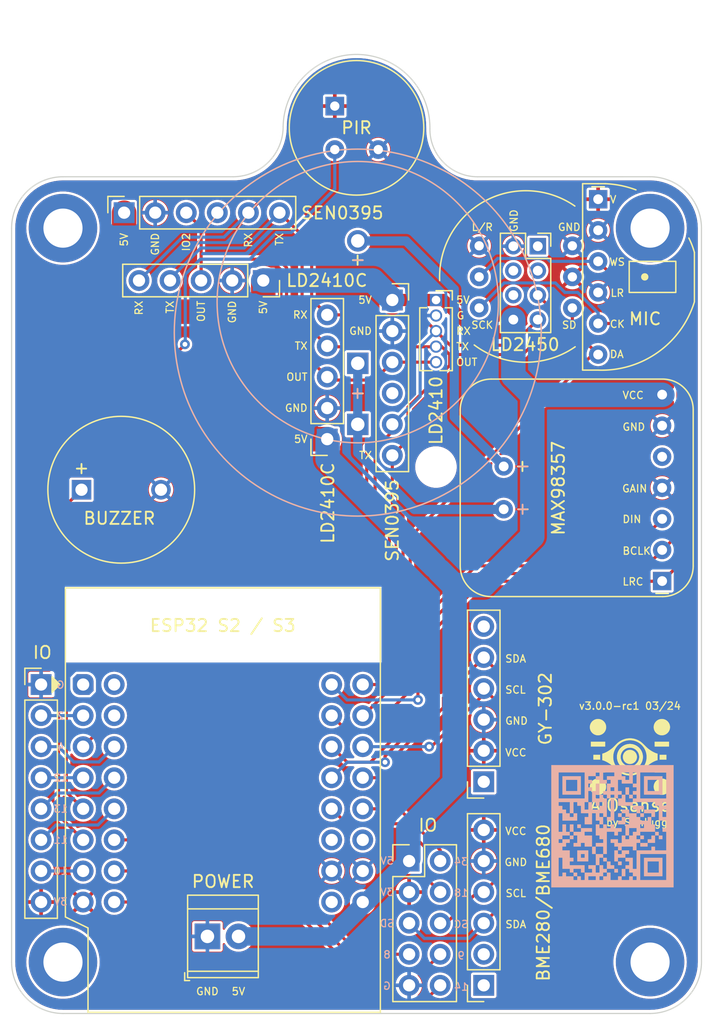
<source format=kicad_pcb>
(kicad_pcb (version 20221018) (generator pcbnew)
  (title_block (title "AIOsense") (date "2024-03-14") (rev "3.0.0-rc1") (company "Schluggi / Mourix") (comment 1 "https://github.com/Schluggi/AIOsense"))
  (layers (0 "F.Cu" signal) (31 "B.Cu" power) (34 "B.Paste" user) (35 "F.Paste" user) (36 "B.SilkS" user "B.Silkscreen") (37 "F.SilkS" user "F.Silkscreen") (38 "B.Mask" user) (39 "F.Mask" user) (44 "Edge.Cuts" user))
  (net 0 "")
  (net 1 "GND")
  (net 2 "SCL")
  (net 3 "SDA")
  (net 4 "BUZZER")
  (net 7 "+5V")
  (net 9 "U0RX")
  (net 10 "mmWave")
  (net 11 "+3V3")
  (net 12 "U0TX")
  (net 13 "PIR")
  (net 19 "GPIO2")
  (net 23 "GPIO12")
  (net 25 "GPIO10")
  (net 27 "Net-(U3-SPK-)")
  (net 28 "Net-(U3-SPK+)")
  (net 29 "I2S_CK")
  (net 30 "I2S_OUT")
  (net 31 "I2S_WS")
  (net 32 "I2S_IN")
  (net 34 "GPIO14")
  (net 35 "GPIO8")
  (net 36 "GPIO9")
  (net 37 "GPIO18")
  (net 41 "GPIO7")
  (net 42 "GPIO6")
  (net 43 "GPIO5")
  (net 44 "GPIO21")
  (footprint "Connector_PinSocket_2.54mm:PinSocket_1x06_P2.54mm_Vertical" (layer "F.Cu") (at 183 132.461 180)
    (fp_text reference "J2" hide)
    (fp_text value "GY-302")
  )
  (footprint "AIOsense:Adafruit_MAX98357A" (layer "F.Cu") (at 197.5866 116.05 90)
    (fp_text reference "U3" hide)
    (fp_text value "MAX98357A")
  )
  (footprint "myStuff:INMP441" (layer "F.Cu") (at 186.436 91.186 -90)
    (fp_text reference "U5" hide)
    (fp_text value "INMP441" hide)
  )
  (footprint "Connector_PinSocket_2.54mm:PinSocket_1x06_P2.54mm_Vertical" (layer "F.Cu") (at 183 149.098 180)
    (fp_text reference "J7" hide)
    (fp_text value "BME280/BME680")
  )
  (footprint "MountingHole:MountingHole_3.2mm_M3_DIN965_Pad" (layer "F.Cu") (at 196.6 147.2)
    (fp_text reference "H4" hide)
    (fp_text value "MountingHole")
  )
  (footprint "Connector_PinSocket_2.00mm:PinSocket_2x04_P2.00mm_Vertical" (layer "F.Cu") (at 187.42 88.678)
    (fp_text reference "J10" hide)
    (fp_text value "HLK-LD2450" hide)
  )
  (footprint "AIOsense:PIR_EKMC1603111_TO-5" (layer "F.Cu") (at 170.822 77.221998)
    (fp_text reference "U1" hide)
    (fp_text value "EKMC1603111")
  )
  (footprint "Connector_PinSocket_2.54mm:PinSocket_1x05_P2.54mm_Vertical" (layer "F.Cu") (at 164.975 91.482428 -90)
    (fp_text reference "J6" hide)
    (fp_text value "HLK-LD2410C")
  )
  (footprint "AIOsense:Buzzer_D12mm_P6.5mm" (layer "F.Cu") (at 150.114 108.585)
    (fp_text reference "BZ1" hide)
    (fp_text value "RTTTL Buzzer")
  )
  (footprint "Connector_PinHeader_2.54mm:PinHeader_1x08_P2.54mm_Vertical" (layer "F.Cu") (at 146.812 124.51)
    (fp_text reference "J11" hide)
    (fp_text value "Conn_01x08_Pin")
  )
  (footprint "TerminalBlock_TE-Connectivity:TerminalBlock_TE_282834-2_1x02_P2.54mm_Horizontal" (layer "F.Cu") (at 160.41 145.1)
    (fp_text reference "J5" hide)
    (fp_text value "external power")
  )
  (footprint "Connector_PinHeader_2.54mm:PinHeader_2x05_P2.54mm_Vertical" (layer "F.Cu") (at 176.9 138.938)
    (fp_text reference "J1" hide)
    (fp_text value "external IO")
  )
  (footprint "Connector_PinSocket_2.54mm:PinSocket_1x06_P2.54mm_Vertical" (layer "F.Cu") (at 153.6 85.93625 90)
    (fp_text reference "J4" hide)
    (fp_text value "SEN0395:alt")
  )
  (footprint "Connector_PinSocket_1.27mm:PinSocket_1x05_P1.27mm_Vertical" (layer "F.Cu") (at 179.1 93.075)
    (fp_text reference "J8" hide)
    (fp_text value "HLK-LD2410")
  )
  (footprint "Connector_PinSocket_2.54mm:PinSocket_1x05_P2.54mm_Vertical" (layer "F.Cu") (at 170.204 104.45 180)
    (fp_text reference "J9" hide)
    (fp_text value "HLK-LD2410C:alt")
  )
  (footprint "MountingHole:MountingHole_3.2mm_M3_DIN965_Pad" (layer "F.Cu") (at 148.6 147.2)
    (fp_text reference "H3" hide)
    (fp_text value "MountingHole")
  )
  (footprint "AIOsense:Sipeed_I2S_Mic" (layer "F.Cu") (at 192.3542 84.836 -90)
    (fp_text reference "U4" hide)
    (fp_text value "Sipeed_I2S_Mic")
  )
  (footprint "Connector_PinSocket_2.54mm:PinSocket_1x06_P2.54mm_Vertical" (layer "F.Cu") (at 175.525 93.075)
    (fp_text reference "J3" hide)
    (fp_text value "SEN0395")
  )
  (footprint "AIOsense:Hole_Unplated_3.0mm" (layer "F.Cu") (at 179.0954 106.7308)
    (fp_text reference "H5" hide)
    (fp_text value "SpeakerWireHole")
  )
  (footprint "MountingHole:MountingHole_3.2mm_M3_DIN965_Pad" (layer "F.Cu") (at 196.6 87.2)
    (fp_text reference "H1" hide)
    (fp_text value "MountingHole")
  )
  (footprint "AIOsense:WEMOS_S3_Mini" (layer "F.Cu") (at 150.2475 124.51)
    (fp_text reference "U2" hide)
    (fp_text value "WEMOS_S3_Mini")
  )
  (footprint "MountingHole:MountingHole_3.2mm_M3_DIN965_Pad" (layer "F.Cu") (at 148.6 87.2)
    (fp_text reference "H2" hide)
    (fp_text value "MountingHole")
  )
  (footprint "AIOsense:Speaker_2307" (layer "B.Cu") (at 172.7004 98.25 90)
    (fp_text reference "LS1" hide)
    (fp_text value "2307")
  )
  (footprint "AIOsense:Speaker_3013" (layer "B.Cu") (at 172.7004 103.2396 90)
    (fp_text reference "LS2" hide)
    (fp_text value "3013")
  )
  (footprint "LOGO" (layer "B.Cu") (at 193.5226 136.0932 180)
    (fp_text reference "G***" hide)
    (fp_text value "LOGO" hide)
  )
  (gr_poly (pts (xy 196.982246 131.306324) (xy 198.142959 131.306324) (xy 198.142959 131.691224) (xy 196.982246 131.691224)) (stroke (width 0.02)) (fill solid) (layer "F.SilkS"))
  (gr_line (start 194.443776 131.182767) (end 194.408103 131.157399) (stroke (width 0.301633)) (layer "F.SilkS"))
  (gr_line (start 195.045535 131.333465) (end 194.999327 131.336979) (stroke (width 0.301633)) (layer "F.SilkS"))
  (gr_line (start 195.821488 130.698845) (end 195.807183 130.741123) (stroke (width 0.301633)) (layer "F.SilkS"))
  (gr_line (start 194.37373 129.726156) (end 194.408103 129.699145) (stroke (width 0.301633)) (layer "F.SilkS"))
  (gr_line (start 195.595894 131.071662) (end 195.564294 131.101789) (stroke (width 0.301633)) (layer "F.SilkS"))
  (gr_line (start 195.65462 129.849497) (end 195.681632 129.88387) (stroke (width 0.301633)) (layer "F.SilkS"))
  (gr_line (start 195.752576 129.994565) (end 195.77267 130.033797) (stroke (width 0.301633)) (layer "F.SilkS"))
  (gr_line (start 194.309115 131.071662) (end 194.278988 131.040062) (stroke (width 0.301633)) (layer "F.SilkS"))
  (gr_line (start 195.424316 129.650109) (end 195.461233 129.673777) (stroke (width 0.301633)) (layer "F.SilkS"))
  (gr_line (start 194.223378 130.972674) (end 194.19801 130.937) (stroke (width 0.301633)) (layer "F.SilkS"))
  (gr_line (start 194.114118 130.782442) (end 194.097827 130.741123) (stroke (width 0.301633)) (layer "F.SilkS"))
  (gr_line (start 194.097827 130.741123) (end 194.083522 130.698845) (stroke (width 0.301633)) (layer "F.SilkS"))
  (gr_line (start 195.265355 129.573593) (end 195.306675 129.589885) (stroke (width 0.301633)) (layer "F.SilkS"))
  (gr_line (start 195.857697 130.335241) (end 195.861211 130.381449) (stroke (width 0.301633)) (layer "F.SilkS"))
  (gr_line (start 194.408103 129.699145) (end 194.443776 129.673777) (stroke (width 0.301633)) (layer "F.SilkS"))
  (gr_line (start 195.807183 130.115421) (end 195.821488 130.157699) (stroke (width 0.301633)) (layer "F.SilkS"))
  (gr_line (start 195.091071 131.327679) (end 195.045535 131.333465) (stroke (width 0.301633)) (layer "F.SilkS"))
  (gr_line (start 194.55803 131.248437) (end 194.518797 131.228344) (stroke (width 0.301633)) (layer "F.SilkS"))
  (gr_line (start 194.518797 131.228344) (end 194.480693 131.206435) (stroke (width 0.301633)) (layer "F.SilkS"))
  (gr_line (start 194.053099 130.289705) (end 194.061101 130.244898) (stroke (width 0.301633)) (layer "F.SilkS"))
  (gr_line (start 194.309115 129.784882) (end 194.340715 129.754755) (stroke (width 0.301633)) (layer "F.SilkS"))
  (gr_line (start 195.626022 131.040062) (end 195.595894 131.071662) (stroke (width 0.301633)) (layer "F.SilkS"))
  (gr_line (start 194.859473 129.523079) (end 194.905681 129.519565) (stroke (width 0.301633)) (layer "F.SilkS"))
  (gr_line (start 195.135879 131.319677) (end 195.091071 131.327679) (stroke (width 0.301633)) (layer "F.SilkS"))
  (gr_line (start 194.952504 129.518381) (end 194.952504 129.518381) (stroke (width 0.301633)) (layer "F.SilkS"))
  (gr_poly (pts (xy 191.76205 129.189379) (xy 192.922762 129.189379) (xy 192.922762 129.574277) (xy 191.76205 129.574277)) (stroke (width 0.02)) (fill solid) (layer "F.SilkS"))
  (gr_line (start 195.386212 129.6282) (end 195.424316 129.650109) (stroke (width 0.301633)) (layer "F.SilkS"))
  (gr_line (start 194.043799 130.475095) (end 194.042615 130.428272) (stroke (width 0.301633)) (layer "F.SilkS"))
  (gr_line (start 194.999327 131.336979) (end 194.952504 131.338163) (stroke (width 0.301633)) (layer "F.SilkS"))
  (gr_line (start 195.861211 130.381449) (end 195.862395 130.428272) (stroke (width 0.301633)) (layer "F.SilkS"))
  (gr_line (start 194.071261 130.655668) (end 194.061101 130.611646) (stroke (width 0.301633)) (layer "F.SilkS"))
  (gr_line (start 195.1799 131.309517) (end 195.135879 131.319677) (stroke (width 0.301633)) (layer "F.SilkS"))
  (gr_line (start 194.043799 130.381449) (end 194.047312 130.335241) (stroke (width 0.301633)) (layer "F.SilkS"))
  (gr_line (start 195.833749 130.200876) (end 195.843909 130.244898) (stroke (width 0.301633)) (layer "F.SilkS"))
  (gr_line (start 195.531279 131.130388) (end 195.496906 131.157399) (stroke (width 0.301633)) (layer "F.SilkS"))
  (gr_poly (pts (xy 192.308363 133.524648) (xy 192.274767 133.522093) (xy 192.241659 133.517886) (xy 192.209081 133.512068) (xy 192.177075 133.504681) (xy 192.145682 133.495767) (xy 192.114944 133.485366) (xy 192.084902 133.473521) (xy 192.055598 133.460273) (xy 192.027074 133.445664) (xy 191.99937 133.429735) (xy 191.972529 133.412527) (xy 191.946592 133.394083) (xy 191.921601 133.374444) (xy 191.897597 133.353651) (xy 191.874622 133.331747) (xy 191.852717 133.308772) (xy 191.831925 133.284768) (xy 191.812286 133.259777) (xy 191.793841 133.23384) (xy 191.776634 133.206999) (xy 191.760705 133.179295) (xy 191.746095 133.150771) (xy 191.732847 133.121467) (xy 191.721002 133.091425) (xy 191.710601 133.060687) (xy 191.701687 133.029294) (xy 191.6943 132.997288) (xy 191.688482 132.964711) (xy 191.684275 132.931603) (xy 191.68172 132.898007) (xy 191.680859 132.863964) (xy 191.68172 132.829921) (xy 191.684275 132.796324) (xy 191.688482 132.763217) (xy 191.6943 132.730639) (xy 191.701687 132.698633) (xy 191.710601 132.66724) (xy 191.721002 132.636502) (xy 191.732847 132.60646) (xy 191.746095 132.577156) (xy 191.760705 132.548631) (xy 191.776634 132.520928) (xy 191.793841 132.494087) (xy 191.812286 132.46815) (xy 191.831925 132.443159) (xy 191.852717 132.419155) (xy 191.874622 132.39618) (xy 191.897597 132.374275) (xy 191.921601 132.353482) (xy 191.946592 132.333843) (xy 191.972529 132.315399) (xy 191.99937 132.298192) (xy 192.027074 132.282262) (xy 192.055598 132.267653) (xy 192.084902 132.254405) (xy 192.114944 132.24256) (xy 192.145682 132.232159) (xy 192.177075 132.223245) (xy 192.209081 132.215858) (xy 192.241659 132.21004) (xy 192.274767 132.205833) (xy 192.308363 132.203278) (xy 192.342406 132.202418) (xy 192.376449 132.203278) (xy 192.410045 132.205833) (xy 192.443152 132.21004) (xy 192.47573 132.215858) (xy 192.507736 132.223245) (xy 192.539129 132.232159) (xy 192.569867 132.24256) (xy 192.599909 132.254405) (xy 192.629213 132.267653) (xy 192.657738 132.282262) (xy 192.685441 132.298192) (xy 192.712282 132.315399) (xy 192.738219 132.333843) (xy 192.76321 132.353482) (xy 192.787214 132.374275) (xy 192.810189 132.39618) (xy 192.832094 132.419155) (xy 192.852887 132.443159) (xy 192.872526 132.46815) (xy 192.89097 132.494087) (xy 192.908178 132.520928) (xy 192.924107 132.548631) (xy 192.938716 132.577156) (xy 192.951964 132.60646) (xy 192.963809 132.636502) (xy 192.97421 132.66724) (xy 192.983125 132.698633) (xy 192.990512 132.730639) (xy 192.99633 132.763217) (xy 193.000537 132.796324) (xy 193.003091 132.829921) (xy 193.003952 132.863964) (xy 193.003091 132.898007) (xy 193.000537 132.931603) (xy 192.99633 132.964711) (xy 192.990512 132.997288) (xy 192.983125 133.029294) (xy 192.97421 133.060687) (xy 192.963809 133.091425) (xy 192.951964 133.121467) (xy 192.938716 133.150771) (xy 192.924107 133.179295) (xy 192.908178 133.206999) (xy 192.89097 133.23384) (xy 192.872526 133.259777) (xy 192.852887 133.284768) (xy 192.832094 133.308772) (xy 192.810189 133.331747) (xy 192.787214 133.353651) (xy 192.76321 133.374444) (xy 192.738219 133.394083) (xy 192.712282 133.412527) (xy 192.685441 133.429735) (xy 192.657738 133.445664) (xy 192.629213 133.460273) (xy 192.599909 133.473521) (xy 192.569867 133.485366) (xy 192.539129 133.495767) (xy 192.507736 133.504681) (xy 192.47573 133.512068) (xy 192.443152 133.517886) (xy 192.410045 133.522093) (xy 192.376449 133.524648) (xy 192.342406 133.525509)) (stroke (width 0.02)) (fill solid) (layer "F.SilkS"))
  (gr_arc (start 179.399205 91.486918) (mid 183.035979 85.015965) (end 190.4492 85.3948) (stroke (width 0.12)) (layer "F.SilkS"))
  (gr_line (start 195.707 130.937) (end 195.681632 130.972674) (stroke (width 0.301633)) (layer "F.SilkS"))
  (gr_line (start 195.807183 130.741123) (end 195.790891 130.782442) (stroke (width 0.301633)) (layer "F.SilkS"))
  (gr_line (start 194.278988 131.040062) (end 194.250389 131.007047) (stroke (width 0.301633)) (layer "F.SilkS"))
  (gr_line (start 194.681931 129.559288) (end 194.725109 129.547027) (stroke (width 0.301633)) (layer "F.SilkS"))
  (gr_line (start 194.097827 130.115421) (end 194.114118 130.074102) (stroke (width 0.301633)) (layer "F.SilkS"))
  (gr_line (start 195.626022 129.816482) (end 195.65462 129.849497) (stroke (width 0.301633)) (layer "F.SilkS"))
  (gr_line (start 195.77267 130.033797) (end 195.790891 130.074102) (stroke (width 0.301633)) (layer "F.SilkS"))
  (gr_line (start 195.730667 129.956461) (end 195.752576 129.994565) (stroke (width 0.301633)) (layer "F.SilkS"))
  (gr_line (start 195.790891 130.074102) (end 195.807183 130.115421) (stroke (width 0.301633)) (layer "F.SilkS"))
  (gr_line (start 194.19801 130.937) (end 194.174343 130.900083) (stroke (width 0.301633)) (layer "F.SilkS"))
  (gr_line (start 194.19801 129.919544) (end 194.223378 129.88387) (stroke (width 0.301633)) (layer "F.SilkS"))
  (gr_line (start 195.862395 130.428272) (end 195.861211 130.475095) (stroke (width 0.301633)) (layer "F.SilkS"))
  (gr_line (start 194.042615 130.428272) (end 194.042615 130.428272) (stroke (width 0.301633)) (layer "F.SilkS"))
  (gr_line (start 194.061101 130.611646) (end 194.053099 130.566839) (stroke (width 0.301633)) (layer "F.SilkS"))
  (gr_line (start 194.813937 129.528865) (end 194.859473 129.523079) (stroke (width 0.301633)) (layer "F.SilkS"))
  (gr_line (start 194.905681 129.519565) (end 194.952504 129.518381) (stroke (width 0.301633)) (layer "F.SilkS"))
  (gr_line (start 194.042615 130.428272) (end 194.042615 130.428272) (stroke (width 0.301633)) (layer "F.SilkS"))
  (gr_arc (start 190.4746 96.901) (mid 186.325061 98.159815) (end 182.223911 96.751318) (stroke (width 0.12)) (layer "F.SilkS"))
  (gr_line (start 194.223378 129.88387) (end 194.250389 129.849497) (stroke (width 0.301633)) (layer "F.SilkS"))
  (gr_line (start 194.053099 130.566839) (end 194.047312 130.521303) (stroke (width 0.301633)) (layer "F.SilkS"))
  (gr_line (start 195.531279 129.726156) (end 195.564294 129.754755) (stroke (width 0.301633)) (layer "F.SilkS"))
  (gr_line (start 194.598334 129.589885) (end 194.639654 129.573593) (stroke (width 0.301633)) (layer "F.SilkS"))
  (gr_poly (pts (xy 194.923168 130.997611) (xy 194.894217 130.995409) (xy 194.865686 130.991784) (xy 194.837613 130.986771) (xy 194.810032 130.980405) (xy 194.782979 130.972723) (xy 194.756491 130.96376) (xy 194.730603 130.953553) (xy 194.705351 130.942136) (xy 194.68077 130.929547) (xy 194.656896 130.91582) (xy 194.633767 130.900992) (xy 194.611416 130.885098) (xy 194.58988 130.868174) (xy 194.569195 130.850256) (xy 194.549396 130.83138) (xy 194.53052 130.811581) (xy 194.512602 130.790896) (xy 194.495678 130.76936) (xy 194.479784 130.747009) (xy 194.464956 130.72388) (xy 194.451229 130.700006) (xy 194.43864 130.675425) (xy 194.427223 130.650173) (xy 194.417016 130.624285) (xy 194.408053 130.597797) (xy 194.400371 130.570744) (xy 194.394005 130.543163) (xy 194.388992 130.51509) (xy 194.385367 130.486559) (xy 194.383165 130.457608) (xy 194.382423 130.428272) (xy 194.383165 130.398936) (xy 194.385367 130.369985) (xy 194.388992 130.341454) (xy 194.394005 130.313381) (xy 194.400371 130.2858) (xy 194.408053 130.258747) (xy 194.417016 130.232259) (xy 194.427223 130.206371) (xy 194.43864 130.181119) (xy 194.451229 130.156538) (xy 194.464956 130.132664) (xy 194.479784 130.109535) (xy 194.495678 130.087184) (xy 194.512602 130.065648) (xy 194.53052 130.044963) (xy 194.549396 130.025164) (xy 194.569195 130.006288) (xy 194.58988 129.98837) (xy 194.611416 129.971446) (xy 194.633767 129.955552) (xy 194.656896 129.940724) (xy 194.68077 129.926997) (xy 194.705351 129.914408) (xy 194.730603 129.902991) (xy 194.756491 129.892784) (xy 194.782979 129.883821) (xy 194.810032 129.876139) (xy 194.837613 129.869773) (xy 194.865686 129.86476) (xy 194.894217 129.861135) (xy 194.923168 129.858933) (xy 194.952504 129.858191) (xy 194.98184 129.858933) (xy 195.010792 129.861135) (xy 195.039322 129.86476) (xy 195.067396 129.869773) (xy 195.094977 129.876139) (xy 195.122029 129.883821) (xy 195.148517 129.892784) (xy 195.174406 129.902991) (xy 195.199658 129.914408) (xy 195.224239 129.926997) (xy 195.248112 129.940724) (xy 195.271242 129.955552) (xy 195.293593 129.971446) (xy 195.315129 129.98837) (xy 195.335814 130.006288) (xy 195.355612 130.025164) (xy 195.374488 130.044963) (xy 195.392406 130.065648) (xy 195.40933 130.087184) (xy 195.425224 130.109535) (xy 195.440052 130.132664) (xy 195.453779 130.156538) (xy 195.466369 130.181119) (xy 195.477785 130.206371) (xy 195.487992 130.232259) (xy 195.496955 130.258747) (xy 195.504637 130.2858) (xy 195.511003 130.313381) (xy 195.516016 130.341454) (xy 195.519641 130.369985) (xy 195.521843 130.398936) (xy 195.522585 130.428272) (xy 195.521843 130.457608) (xy 195.519641 130.486559) (xy 195.516016 130.51509) (xy 195.511003 130.543163) (xy 195.504637 130.570744) (xy 195.496955 130.597797) (xy 195.487992 130.624285) (xy 195.477785 130.650173) (xy 195.466369 130.675425) (xy 195.453779 130.700006) (xy 195.440052 130.72388) (xy 195.425224 130.747009) (xy 195.40933 130.76936) (xy 195.392406 130.790896) (xy 195.374488 130.811581) (xy 195.355612 130.83138) (xy 195.335814 130.850256) (xy 195.315129 130.868174) (xy 195.293593 130.885098) (xy 195.271242 130.900992) (xy 195.248112 130.91582) (xy 195.224239 130.929547) (xy 195.199658 130.942136) (xy 195.174406 130.953553) (xy 195.148517 130.96376) (xy 195.122029 130.972723) (xy 195.094977 130.980405) (xy 195.067396 130.986771) (xy 195.039322 130.991784) (xy 195.010792 130.995409) (xy 194.98184 130.997611) (xy 194.952504 130.998353)) (stroke (width 0.02)) (fill solid) (layer "F.SilkS"))
  (gr_line (start 194.152434 129.994565) (end 194.174343 129.956461) (stroke (width 0.301633)) (layer "F.SilkS"))
  (gr_line (start 194.278988 129.816482) (end 194.309115 129.784882) (stroke (width 0.301633)) (layer "F.SilkS"))
  (gr_line (start 195.223078 129.559288) (end 195.265355 129.573593) (stroke (width 0.301633)) (layer "F.SilkS"))
  (gr_line (start 194.174343 130.900083) (end 194.152434 130.861979) (stroke (width 0.301633)) (layer "F.SilkS"))
  (gr_line (start 195.386212 131.228344) (end 195.346979 131.248437) (stroke (width 0.301633)) (layer "F.SilkS"))
  (gr_line (start 194.480693 129.650109) (end 194.518797 129.6282) (stroke (width 0.301633)) (layer "F.SilkS"))
  (gr_line (start 195.461233 129.673777) (end 195.496906 129.699145) (stroke (width 0.301633)) (layer "F.SilkS"))
  (gr_line (start 194.083522 130.157699) (end 194.097827 130.115421) (stroke (width 0.301633)) (layer "F.SilkS"))
  (gr_line (start 194.13234 130.822747) (end 194.114118 130.782442) (stroke (width 0.301633)) (layer "F.SilkS"))
  (gr_line (start 195.306675 131.266659) (end 195.265355 131.282951) (stroke (width 0.301633)) (layer "F.SilkS"))
  (gr_line (start 194.37373 131.130388) (end 194.340715 131.101789) (stroke (width 0.301633)) (layer "F.SilkS"))
  (gr_line (start 194.13234 130.033797) (end 194.152434 129.994565) (stroke (width 0.301633)) (layer "F.SilkS"))
  (gr_line (start 194.952504 129.518381) (end 194.999327 129.519565) (stroke (width 0.301633)) (layer "F.SilkS"))
  (gr_poly (pts (xy 197.52856 128.653266) (xy 197.494964 128.650711) (xy 197.461856 128.646504) (xy 197.429278 128.640686) (xy 197.397272 128.633299) (xy 197.36588 128.624385) (xy 197.335141 128.613984) (xy 197.3051 128.602139) (xy 197.275796 128.588891) (xy 197.247271 128.574282) (xy 197.219567 128.558352) (xy 197.192727 128.541145) (xy 197.16679 128.522701) (xy 197.141799 128.503062) (xy 197.117795 128.482269) (xy 197.09482 128.460364) (xy 197.072915 128.437389) (xy 197.052122 128.413385) (xy 197.032483 128.388394) (xy 197.014039 128.362457) (xy 196.996832 128.335616) (xy 196.980902 128.307913) (xy 196.966293 128.279388) (xy 196.953045 128.250084) (xy 196.9412 128.220042) (xy 196.930799 128.189304) (xy 196.921885 128.157911) (xy 196.914498 128.125905) (xy 196.90868 128.093327) (xy 196.904473 128.06022) (xy 196.901918 128.026623) (xy 196.901057 127.99258) (xy 196.901918 127.958537) (xy 196.904473 127.924941) (xy 196.90868 127.891833) (xy 196.914498 127.859256) (xy 196.921885 127.82725) (xy 196.930799 127.795857) (xy 196.9412 127.765119) (xy 196.953045 127.735077) (xy 196.966293 127.705773) (xy 196.980902 127.677249) (xy 196.996832 127.649545) (xy 197.014039 127.622704) (xy 197.032483 127.596767) (xy 197.052122 127.571776) (xy 197.072915 127.547772) (xy 197.09482 127.524797) (xy 197.117795 127.502893) (xy 197.141799 127.4821) (xy 197.16679 127.462461) (xy 197.192727 127.444017) (xy 197.219567 127.426809) (xy 197.247271 127.41088) (xy 197.275796 127.396271) (xy 197.3051 127.383023) (xy 197.335141 127.371178) (xy 197.36588 127.360777) (xy 197.397272 127.351863) (xy 197.429278 127.344476) (xy 197.461856 127.338658) (xy 197.494964 127.334451) (xy 197.52856 127.331896) (xy 197.562603 127.331035) (xy 197.596646 127.331896) (xy 197.630242 127.334451) (xy 197.66335 127.338658) (xy 197.695928 127.344476) (xy 197.727934 127.351863) (xy 197.759327 127.360777) (xy 197.790065 127.371178) (xy 197.820107 127.383023) (xy 197.849411 127.396271) (xy 197.877935 127.41088) (xy 197.905639 127.426809) (xy 197.93248 127.444017) (xy 197.958416 127.462461) (xy 197.983408 127.4821) (xy 198.007411 127.502893) (xy 198.030386 127.524797) (xy 198.052291 127.547772) (xy 198.073084 127.571776) (xy 198.092723 127.596767) (xy 198.111167 127.622704) (xy 198.128374 127.649545) (xy 198.144304 127.677249) (xy 198.158913 127.705773) (xy 198.172161 127.735077) (xy 198.184006 127.765119) (xy 198.194407 127.795857) (xy 198.203321 127.82725) (xy 198.210708 127.859256) (xy 198.216526 127.891833) (xy 198.220733 127.924941) (xy 198.223288 127.958537) (xy 198.224149 127.99258) (xy 198.223288 128.026623) (xy 198.220733 128.06022) (xy 198.216526 128.093327) (xy 198.210708 128.125905) (xy 198.203321 128.157911) (xy 198.194407 128.189304) (xy 198.184006 128.220042) (xy 198.172161 128.250084) (xy 198.158913 128.279388) (xy 198.144304 128.307913) (xy 198.128374 128.335616) (xy 198.111167 128.362457) (xy 198.092723 128.388394) (xy 198.073084 128.413385) (xy 198.052291 128.437389) (xy 198.030386 128.460364) (xy 198.007411 128.482269) (xy 197.983408 128.503062) (xy 197.958416 128.522701) (xy 197.93248 128.541145) (xy 197.905639 128.558352) (xy 197.877935 128.574282) (xy 197.849411 128.588891) (xy 197.820107 128.602139) (xy 197.790065 128.613984) (xy 197.759327 128.624385) (xy 197.727934 128.633299) (xy 197.695928 128.640686) (xy 197.66335 128.646504) (xy 197.630242 128.650711) (xy 197.596646 128.653266) (xy 197.562603 128.654126)) (stroke (width 0.02)) (fill solid) (layer "F.SilkS"))
  (gr_line (start 195.424316 131.206435) (end 195.386212 131.228344) (stroke (width 0.301633)) (layer "F.SilkS"))
  (gr_line (start 195.681632 129.88387) (end 195.707 129.919544) (stroke (width 0.301633)) (layer "F.SilkS"))
  (gr_line (start 195.843909 130.244898) (end 195.851911 130.289705) (stroke (width 0.301633)) (layer "F.SilkS"))
  (gr_line (start 195.496906 129.699145) (end 195.531279 129.726156) (stroke (width 0.301633)) (layer "F.SilkS"))
  (gr_line (start 194.114118 130.074102) (end 194.13234 130.033797) (stroke (width 0.301633)) (layer "F.SilkS"))
  (gr_line (start 194.725109 131.309517) (end 194.681931 131.297256) (stroke (width 0.301633)) (layer "F.SilkS"))
  (gr_line (start 194.061101 130.244898) (end 194.071261 130.200876) (stroke (width 0.301633)) (layer "F.SilkS"))
  (gr_line (start 195.265355 131.282951) (end 195.223078 131.297256) (stroke (width 0.301633)) (layer "F.SilkS"))
  (gr_poly (pts (xy 196.982246 129.189379) (xy 198.142959 129.189379) (xy 198.142959 129.574277) (xy 196.982246 129.574277)) (stroke (width 0.02)) (fill solid) (layer "F.SilkS"))
  (gr_line (start 194.042615 130.428272) (end 194.043799 130.381449) (stroke (width 0.301633)) (layer "F.SilkS"))
  (gr_line (start 195.223078 131.297256) (end 195.1799 131.309517) (stroke (width 0.301633)) (layer "F.SilkS"))
  (gr_line (start 195.461233 131.182767) (end 195.424316 131.206435) (stroke (width 0.301633)) (layer "F.SilkS"))
  (gr_line (start 194.518797 129.6282) (end 194.55803 129.608107) (stroke (width 0.301633)) (layer "F.SilkS"))
  (gr_line (start 195.821488 130.157699) (end 195.833749 130.200876) (stroke (width 0.301633)) (layer "F.SilkS"))
  (gr_line (start 192.3542 83.566) (end 192.9384 83.566) (stroke (width 0.12)) (layer "F.SilkS"))
  (gr_line (start 194.681931 131.297256) (end 194.639654 131.282951) (stroke (width 0.301633)) (layer "F.SilkS"))
  (gr_poly (pts (xy 192.308363 128.653266) (xy 192.274767 128.650711) (xy 192.241659 128.646504) (xy 192.209081 128.640686) (xy 192.177075 128.633299) (xy 192.145682 128.624385) (xy 192.114944 128.613984) (xy 192.084902 128.602139) (xy 192.055598 128.588891) (xy 192.027074 128.574282) (xy 191.99937 128.558352) (xy 191.972529 128.541145) (xy 191.946592 128.522701) (xy 191.921601 128.503062) (xy 191.897597 128.482269) (xy 191.874622 128.460364) (xy 191.852717 128.437389) (xy 191.831925 128.413385) (xy 191.812286 128.388394) (xy 191.793841 128.362457) (xy 191.776634 128.335616) (xy 191.760705 128.307913) (xy 191.746095 128.279388) (xy 191.732847 128.250084) (xy 191.721002 128.220042) (xy 191.710601 128.189304) (xy 191.701687 128.157911) (xy 191.6943 128.125905) (xy 191.688482 128.093327) (xy 191.684275 128.06022) (xy 191.68172 128.026623) (xy 191.680859 127.99258) (xy 191.68172 127.958537) (xy 191.684275 127.924941) (xy 191.688482 127.891833) (xy 191.6943 127.859256) (xy 191.701687 127.82725) (xy 191.710601 127.795857) (xy 191.721002 127.765119) (xy 191.732847 127.735077) (xy 191.746095 127.705773) (xy 191.760705 127.677249) (xy 191.776634 127.649545) (xy 191.793841 127.622704) (xy 191.812286 127.596767) (xy 191.831925 127.571776) (xy 191.852717 127.547772) (xy 191.874622 127.524797) (xy 191.897597 127.502893) (xy 191.921601 127.4821) (xy 191.946592 127.462461) (xy 191.972529 127.444017) (xy 191.99937 127.426809) (xy 192.027074 127.41088) (xy 192.055598 127.396271) (xy 192.084902 127.383023) (xy 192.114944 127.371178) (xy 192.145682 127.360777) (xy 192.177075 127.351863) (xy 192.209081 127.344476) (xy 192.241659 127.338658) (xy 192.274767 127.334451) (xy 192.308363 127.331896) (xy 192.342406 127.331035) (xy 192.376449 127.331896) (xy 192.410045 127.334451) (xy 192.443152 127.338658) (xy 192.47573 127.344476) (xy 192.507736 127.351863) (xy 192.539129 127.360777) (xy 192.569867 127.371178) (xy 192.599909 127.383023) (xy 192.629213 127.396271) (xy 192.657738 127.41088) (xy 192.685441 127.426809) (xy 192.712282 127.444017) (xy 192.738219 127.462461) (xy 192.76321 127.4821) (xy 192.787214 127.502893) (xy 192.810189 127.524797) (xy 192.832094 127.547772) (xy 192.852887 127.571776) (xy 192.872526 127.596767) (xy 192.89097 127.622704) (xy 192.908178 127.649545) (xy 192.924107 127.677249) (xy 192.938716 127.705773) (xy 192.951964 127.735077) (xy 192.963809 127.765119) (xy 192.97421 127.795857) (xy 192.983125 127.82725) (xy 192.990512 127.859256) (xy 192.99633 127.891833) (xy 193.000537 127.924941) (xy 193.003091 127.958537) (xy 193.003952 127.99258) (xy 193.003091 128.026623) (xy 193.000537 128.06022) (xy 192.99633 128.093327) (xy 192.990512 128.125905) (xy 192.983125 128.157911) (xy 192.97421 128.189304) (xy 192.963809 128.220042) (xy 192.951964 128.250084) (xy 192.938716 128.279388) (xy 192.924107 128.307913) (xy 192.908178 128.335616) (xy 192.89097 128.362457) (xy 192.872526 128.388394) (xy 192.852887 128.413385) (xy 192.832094 128.437389) (xy 192.810189 128.460364) (xy 192.787214 128.482269) (xy 192.76321 128.503062) (xy 192.738219 128.522701) (xy 192.712282 128.541145) (xy 192.685441 128.558352) (xy 192.657738 128.574282) (xy 192.629213 128.588891) (xy 192.599909 128.602139) (xy 192.569867 128.613984) (xy 192.539129 128.624385) (xy 192.507736 128.633299) (xy 192.47573 128.640686) (xy 192.443152 128.646504) (xy 192.410045 128.650711) (xy 192.376449 128.653266) (xy 192.342406 128.654126)) (stroke (width 0.02)) (fill solid) (layer "F.SilkS"))
  (gr_line (start 194.340715 131.101789) (end 194.309115 131.071662) (stroke (width 0.301633)) (layer "F.SilkS"))
  (gr_line (start 195.851911 130.289705) (end 195.857697 130.335241) (stroke (width 0.301633)) (layer "F.SilkS"))
  (gr_line (start 194.250389 129.849497) (end 194.278988 129.816482) (stroke (width 0.301633)) (layer "F.SilkS"))
  (gr_line (start 194.859473 131.333465) (end 194.813937 131.327679) (stroke (width 0.301633)) (layer "F.SilkS"))
  (gr_poly (pts (xy 197.388194 130.259879) (xy 197.929459 130.259879) (xy 197.929459 130.644777) (xy 197.388194 130.644777)) (stroke (width 0.02)) (fill solid) (layer "F.SilkS"))
  (gr_arc (start 199.771 88.011) (mid 200.026188 88.587608) (end 200.225 89.186) (stroke (width 0.12)) (layer "F.SilkS"))
  (gr_line (start 194.047312 130.521303) (end 194.043799 130.475095) (stroke (width 0.301633)) (layer "F.SilkS"))
  (gr_line (start 194.443776 129.673777) (end 194.480693 129.650109) (stroke (width 0.301633)) (layer "F.SilkS"))
  (gr_line (start 194.952504 131.338163) (end 194.905681 131.336979) (stroke (width 0.301633)) (layer "F.SilkS"))
  (gr_line (start 195.681632 130.972674) (end 195.65462 131.007047) (stroke (width 0.301633)) (layer "F.SilkS"))
  (gr_line (start 195.861211 130.475095) (end 195.857697 130.521303) (stroke (width 0.301633)) (layer "F.SilkS"))
  (gr_line (start 195.862395 130.428272) (end 195.862395 130.428272) (stroke (width 0.301633)) (layer "F.SilkS"))
  (gr_poly (pts (xy 197.52856 133.524648) (xy 197.494964 133.522093) (xy 197.461856 133.517886) (xy 197.429278 133.512068) (xy 197.397272 133.504681) (xy 197.36588 133.495767) (xy 197.335141 133.485366) (xy 197.3051 133.473521) (xy 197.275796 133.460273) (xy 197.247271 133.445664) (xy 197.219567 133.429735) (xy 197.192727 133.412527) (xy 197.16679 133.394083) (xy 197.141799 133.374444) (xy 197.117795 133.353651) (xy 197.09482 133.331747) (xy 197.072915 133.308772) (xy 197.052122 133.284768) (xy 197.032483 133.259777) (xy 197.014039 133.23384) (xy 196.996832 133.206999) (xy 196.980902 133.179295) (xy 196.966293 133.150771) (xy 196.953045 133.121467) (xy 196.9412 133.091425) (xy 196.930799 133.060687) (xy 196.921885 133.029294) (xy 196.914498 132.997288) (xy 196.90868 132.964711) (xy 196.904473 132.931603) (xy 196.901918 132.898007) (xy 196.901057 132.863964) (xy 196.901918 132.829921) (xy 196.904473 132.796324) (xy 196.90868 132.763217) (xy 196.914498 132.730639) (xy 196.921885 132.698633) (xy 196.930799 132.66724) (xy 196.9412 132.636502) (xy 196.953045 132.60646) (xy 196.966293 132.577156) (xy 196.980902 132.548631) (xy 196.996832 132.520928) (xy 197.014039 132.494087) (xy 197.032483 132.46815) (xy 197.052122 132.443159) (xy 197.072915 132.419155) (xy 197.09482 132.39618) (xy 197.117795 132.374275) (xy 197.141799 132.353482) (xy 197.16679 132.333843) (xy 197.192727 132.315399) (xy 197.219567 132.298192) (xy 197.247271 132.282262) (xy 197.275796 132.267653) (xy 197.3051 132.254405) (xy 197.335141 132.24256) (xy 197.36588 132.232159) (xy 197.397272 132.223245) (xy 197.429278 132.215858) (xy 197.461856 132.21004) (xy 197.494964 132.205833) (xy 197.52856 132.203278) (xy 197.562603 132.202418) (xy 197.596646 132.203278) (xy 197.630242 132.205833) (xy 197.66335 132.21004) (xy 197.695928 132.215858) (xy 197.727934 132.223245) (xy 197.759327 132.232159) (xy 197.790065 132.24256) (xy 197.820107 132.254405) (xy 197.849411 132.267653) (xy 197.877935 132.282262) (xy 197.905639 132.298192) (xy 197.93248 132.315399) (xy 197.958416 132.333843) (xy 197.983408 132.353482) (xy 198.007411 132.374275) (xy 198.030386 132.39618) (xy 198.052291 132.419155) (xy 198.073084 132.443159) (xy 198.092723 132.46815) (xy 198.111167 132.494087) (xy 198.128374 132.520928) (xy 198.144304 132.548631) (xy 198.158913 132.577156) (xy 198.172161 132.60646) (xy 198.184006 132.636502) (xy 198.194407 132.66724) (xy 198.203321 132.698633) (xy 198.210708 132.730639) (xy 198.216526 132.763217) (xy 198.220733 132.796324) (xy 198.223288 132.829921) (xy 198.224149 132.863964) (xy 198.223288 132.898007) (xy 198.220733 132.931603) (xy 198.216526 132.964711) (xy 198.210708 132.997288) (xy 198.203321 133.029294) (xy 198.194407 133.060687) (xy 198.184006 133.091425) (xy 198.172161 133.121467) (xy 198.158913 133.150771) (xy 198.144304 133.179295) (xy 198.128374 133.206999) (xy 198.111167 133.23384) (xy 198.092723 133.259777) (xy 198.073084 133.284768) (xy 198.052291 133.308772) (xy 198.030386 133.331747) (xy 198.007411 133.353651) (xy 197.983408 133.374444) (xy 197.958416 133.394083) (xy 197.93248 133.412527) (xy 197.905639 133.429735) (xy 197.877935 133.445664) (xy 197.849411 133.460273) (xy 197.820107 133.473521) (xy 197.790065 133.485366) (xy 197.759327 133.495767) (xy 197.727934 133.504681) (xy 197.695928 133.512068) (xy 197.66335 133.517886) (xy 197.630242 133.522093) (xy 197.596646 133.524648) (xy 197.562603 133.525509)) (stroke (width 0.02)) (fill solid) (layer "F.SilkS"))
  (gr_line (start 195.857697 130.521303) (end 195.851911 130.566839) (stroke (width 0.301633)) (layer "F.SilkS"))
  (gr_line (start 194.480693 131.206435) (end 194.443776 131.182767) (stroke (width 0.301633)) (layer "F.SilkS"))
  (gr_line (start 195.833749 130.655668) (end 195.821488 130.698845) (stroke (width 0.301633)) (layer "F.SilkS"))
  (gr_line (start 194.408103 131.157399) (end 194.37373 131.130388) (stroke (width 0.301633)) (layer "F.SilkS"))
  (gr_line (start 194.598334 131.266659) (end 194.55803 131.248437) (stroke (width 0.301633)) (layer "F.SilkS"))
  (gr_poly (pts (xy 191.97254 130.259879) (xy 192.513805 130.259879) (xy 192.513805 130.644777) (xy 191.97254 130.644777)) (stroke (width 0.02)) (fill solid) (layer "F.SilkS"))
  (gr_poly (pts (xy 194.898274 131.942922) (xy 194.83778 131.939336) (xy 194.778233 131.933622) (xy 194.71958 131.925763) (xy 194.661765 131.915737) (xy 194.604735 131.903525) (xy 194.548435 131.889107) (xy 194.492812 131.872463) (xy 194.437811 131.853574) (xy 194.383378 131.832419) (xy 194.329459 131.808979) (xy 194.276 131.783234) (xy 194.222946 131.755164) (xy 194.170244 131.72475) (xy 194.117839 131.691971) (xy 194.065677 131.656808) (xy 194.013704 131.61924) (xy 194.007347 131.614232) (xy 193.999227 131.607407) (xy 193.978177 131.588758) (xy 193.951508 131.564202) (xy 193.920174 131.534647) (xy 193.885129 131.501002) (xy 193.847327 131.464176) (xy 193.807722 131.425076) (xy 193.76727 131.384612) (xy 193.697564 131.314643) (xy 193.640405 131.257935) (xy 193.59305 131.211981) (xy 193.552756 131.174276) (xy 193.51678 131.142314) (xy 193.482379 131.113588) (xy 193.446809 131.085594) (xy 193.407327 131.055825) (xy 193.362901 131.023449) (xy 193.318028 130.992039) (xy 193.272855 130.96167) (xy 193.227526 130.932417) (xy 193.182184 130.904358) (xy 193.136974 130.877567) (xy 193.09204 130.852121) (xy 193.047527 130.828096) (xy 193.003579 130.805567) (xy 192.96034 130.784611) (xy 192.917954 130.765304) (xy 192.876566 130.747721) (xy 192.836321 130.731939) (xy 192.797362 130.718033) (xy 192.759833 130.706079) (xy 192.72388 130.696154) (xy 192.696799 130.689303) (xy 192.696799 130.428106) (xy 192.697172 130.301371) (xy 192.698456 130.220717) (xy 192.699519 130.195075) (xy 192.700903 130.177839) (xy 192.702641 130.167969) (xy 192.703653 130.165472) (xy 192.704765 130.164428) (xy 192.712473 130.162184) (xy 192.727574 130.15791) (xy 192.771229 130.14572) (xy 192.808367 130.134376) (xy 192.84785 130.120354) (xy 192.889412 130.103809) (xy 192.932784 130.084895) (xy 192.977699 130.063764) (xy 193.023891 130.04057) (xy 193.071091 130.015466) (xy 193.119034 129.988606) (xy 193.16745 129.960144) (xy 193.216074 129.930233) (xy 193.264637 129.899025) (xy 193.312873 129.866676) (xy 193.360514 129.833337) (xy 193.407294 129.799164) (xy 193.452944 129.764308) (xy 193.497198 129.728924) (xy 193.526155 129.70463) (xy 193.556321 129.678109) (xy 193.588577 129.648506) (xy 193.623807 129.614968) (xy 193.662893 129.576641) (xy 193.706718 129.53267) (xy 193.756165 129.482203) (xy 193.812116 129.424386) (xy 193.854983 129.380431) (xy 193.893569 129.34219) (xy 193.92919 129.308533) (xy 193.946301 129.293068) (xy 193.963165 129.278325) (xy 193.979947 129.264161) (xy 193.996812 129.250435) (xy 194.013924 129.237006) (xy 194.031448 129.223731) (xy 194.068392 129.19708) (xy 194.108961 129.16935) (xy 194.137732 129.150675) (xy 194.167649 129.132359) (xy 194.198582 129.114459) (xy 194.230402 129.097029) (xy 194.262978 129.080126) (xy 194.296183 129.063803) (xy 194.329886 129.048118) (xy 194.363958 129.033124) (xy 194.39827 129.018877) (xy 194.432692 129.005433) (xy 194.467095 128.992847) (xy 194.501349 128.981175) (xy 194.535326 128.97047) (xy 194.568894 128.96079) (xy 194.601926 128.952189) (xy 194.634292 128.944722) (xy 194.662781 128.938984) (xy 194.692291 128.933788) (xy 194.753803 128.925049) (xy 194.817677 128.918559) (xy 194.882766 128.91437) (xy 194.94792 128.912537) (xy 195.01199 128.913112) (xy 195.073827 128.916147) (xy 195.103549 128.918605) (xy 195.132282 128.921697) (xy 195.132285 128.921703) (xy 195.169926 128.926786) (xy 195.207615 128.932921) (xy 195.245314 128.940096) (xy 195.282984 128.948297) (xy 195.320587 128.957513) (xy 195.358085 128.967729) (xy 195.395442 128.978933) (xy 195.432617 128.991111) (xy 195.469574 129.004251) (xy 195.506275 129.018341) (xy 195.54268 129.033365) (xy 195.578754 129.049313) (xy 195.614457 129.066171) (xy 195.649751 129.083925) (xy 195.684599 129.102563) (xy 195.718962 129.122072) (xy 195.769625 129.152488) (xy 195.792775 129.167165) (xy 195.81498 129.181916) (xy 195.836624 129.197064) (xy 195.858089 129.21293) (xy 195.879758 129.229836) (xy 195.902015 129.248105) (xy 195.925242 129.268056) (xy 195.949822 129.290014) (xy 195.976138 129.314298) (xy 196.004573 129.341232) (xy 196.069331 129.404332) (xy 196.147159 129.48189) (xy 196.219943 129.554476) (xy 196.28146 129.614693) (xy 196.334493 129.664986) (xy 196.381824 129.707797) (xy 196.426236 129.745571) (xy 196.470511 129.780753) (xy 196.517432 129.815786) (xy 196.569781 129.853115) (xy 196.64616 129.904637) (xy 196.724662 129.95368) (xy 196.803802 129.999487) (xy 196.882094 130.041297) (xy 196.958055 130.078352) (xy 196.994697 130.094859) (xy 197.030199 130.109892) (xy 197.064375 130.123357) (xy 197.097041 130.135159) (xy 197.12801 130.145202) (xy 197.157098 130.153393) (xy 197.204887 130.1657) (xy 197.206545 130.426129) (xy 196.323057 130.426129) (xy 196.322089 130.376201) (xy 196.31937 130.326341) (xy 196.314904 130.276627) (xy 196.308694 130.227135) (xy 196.300742 130.177942) (xy 196.291051 130.129125) (xy 196.279623 130.080761) (xy 196.266463 130.032928) (xy 196.251572 129.985702) (xy 196.232549 129.932935) (xy 196.211223 129.880947) (xy 196.187658 129.829821) (xy 196.161917 129.779639) (xy 196.134066 129.730486) (xy 196.10417 129.682445) (xy 196.072292 129.635599) (xy 196.038498 129.590032) (xy 196.002851 129.545828) (xy 195.965417 129.503069) (xy 195.92626 129.461839) (xy 195.885444 129.422223) (xy 195.843035 129.384302) (xy 195.799096 129.348161) (xy 195.753692 129.313883) (xy 195.706888 129.281551) (xy 195.654099 129.248375) (xy 195.600259 129.217803) (xy 195.545414 129.189845) (xy 195.489608 129.164513) (xy 195.432887 129.141816) (xy 195.375297 129.121764) (xy 195.316883 129.104368) (xy 195.257691 129.089638) (xy 195.197766 129.077584) (xy 195.137154 129.068216) (xy 195.075901 129.061544) (xy 195.014051 129.057579) (xy 194.951651 129.056331) (xy 194.888745 129.05781) (xy 194.82538 129.062026) (xy 194.761601 129.06899) (xy 194.761601 129.068996) (xy 194.660866 129.086162) (xy 194.562466 129.110908) (xy 194.466746 129.142925) (xy 194.374053 129.181907) (xy 194.284734 129.227543) (xy 194.199135 129.279528) (xy 194.117601 129.337552) (xy 194.040481 129.401307) (xy 193.968119 129.470486) (xy 193.900863 129.54478) (xy 193.839059 129.623881) (xy 193.783052 129.707482) (xy 193.733191 129.795273) (xy 193.68982 129.886948) (xy 193.653287 129.982198) (xy 193.623938 130.080715) (xy 193.61418 130.121361) (xy 193.605651 130.162331) (xy 193.59835 130.203579) (xy 193.592279 130.245059) (xy 193.587438 130.286723) (xy 193.583828 130.328526) (xy 193.581449 130.37042) (xy 193.580302 130.412361) (xy 193.580388 130.454301) (xy 193.581706 130.496193) (xy 193.584258 130.537992) (xy 193.588045 130.57965) (xy 193.593066 130.621123) (xy 193.599322 130.662362) (xy 193.606815 130.703322) (xy 193.615544 130.743957) (xy 193.637973 130.827996) (xy 193.665879 130.910147) (xy 193.699044 130.99017) (xy 193.737249 131.067824) (xy 193.780278 131.142871) (xy 193.827913 131.21507) (xy 193.879934 131.284182) (xy 193.936125 131.349966) (xy 193.996267 131.412184) (xy 194.060143 131.470594) (xy 194.127534 131.524958) (xy 194.198223 131.575035) (xy 194.271991 131.620586) (xy 194.348621 131.661372) (xy 194.427895 131.697151) (xy 194.509595 131.727685) (xy 194.581731 131.749694) (xy 194.65482 131.767638) (xy 194.728652 131.781537) (xy 194.803015 131.791414) (xy 194.877696 131.797293) (xy 194.952484 131.799196) (xy 195.027168 131.797145) (xy 195.101535 131.791164) (xy 195.175375 131.781274) (xy 195.248474 131.7675) (xy 195.320622 131.749862) (xy 195.391607 131.728384) (xy 195.461217 131.70309) (xy 195.52924 131.674) (xy 195.595465 131.641139) (xy 195.65968 131.604528) (xy 195.716899 131.567762) (xy 195.771963 131.528549) (xy 195.824809 131.486975) (xy 195.875372 131.443128) (xy 195.923587 131.397092) (xy 195.969391 131.348955) (xy 196.012718 131.298804) (xy 196.053504 131.246724) (xy 196.091684 131.192803) (xy 196.127195 131.137127) (xy 196.159972 131.079782) (xy 196.189949 131.020855) (xy 196.217064 130.960432) (xy 196.241251 130.898601) (xy 196.262445 130.835446) (xy 196.280583 130.771056) (xy 196.291947 130.722809) (xy 196.301541 130.674091) (xy 196.309368 130.624979) (xy 196.31543 130.575549) (xy 196.31973 130.52588) (xy 196.322271 130.476047) (xy 196.323057 130.426129) (xy 197.206545 130.426129) (xy 197.206548 130.426723) (xy 197.20821 130.687752) (xy 197.155573 130.70216) (xy 197.114052 130.71465) (xy 197.070257 130.729969) (xy 197.024475 130.747949) (xy 196.976991 130.768427) (xy 196.928095 130.791237) (xy 196.878073 130.816213) (xy 196.827212 130.843191) (xy 196.7758 130.872004) (xy 196.724125 130.902488) (xy 196.672472 130.934478) (xy 196.621131 130.967808) (xy 196.570387 131.002313) (xy 196.520529 131.037827) (xy 196.471844 131.074186) (xy 196.424618 131.111224) (xy 196.37914 131.148775) (xy 196.36167 131.164174) (xy 196.339219 131.184883) (xy 196.312717 131.209994) (xy 196.283097 131.238601) (xy 196.251289 131.269797) (xy 196.218226 131.302676) (xy 196.184838 131.33633) (xy 196.152056 131.369854) (xy 196.086488 131.43643) (xy 196.023254 131.498868) (xy 195.994763 131.526346) (xy 195.969556 131.550163) (xy 195.948533 131.569443) (xy 195.932594 131.583312) (xy 195.876507 131.62775) (xy 195.818646 131.669479) (xy 195.759148 131.708453) (xy 195.698147 131.744624) (xy 195.635779 131.777946) (xy 195.572179 131.80837) (xy 195.507484 131.835851) (xy 195.441829 131.86034) (xy 195.375348 131.881791) (xy 195.308178 131.900157) (xy 195.240455 131.915391) (xy 195.172313 131.927445) (xy 195.103889 131.936272) (xy 195.035317 131.941825) (xy 194.966733 131.944058)) (stroke (width 0.02)) (fill solid) (layer "F.SilkS"))
  (gr_line (start 194.639654 129.573593) (end 194.681931 129.559288) (stroke (width 0.301633)) (layer "F.SilkS"))
  (gr_line (start 195.564294 131.101789) (end 195.531279 131.130388) (stroke (width 0.301633)) (layer "F.SilkS"))
  (gr_line (start 194.071261 130.200876) (end 194.083522 130.157699) (stroke (width 0.301633)) (layer "F.SilkS"))
  (gr_line (start 195.346979 131.248437) (end 195.306675 131.266659) (stroke (width 0.301633)) (layer "F.SilkS"))
  (gr_line (start 195.790891 130.782442) (end 195.77267 130.822747) (stroke (width 0.301633)) (layer "F.SilkS"))
  (gr_line (start 194.999327 129.519565) (end 195.045535 129.523079) (stroke (width 0.301633)) (layer "F.SilkS"))
  (gr_line (start 194.952504 131.338163) (end 194.952504 131.338163) (stroke (width 0.301633)) (layer "F.SilkS"))
  (gr_line (start 194.76913 131.319677) (end 194.725109 131.309517) (stroke (width 0.301633)) (layer "F.SilkS"))
  (gr_line (start 195.135879 129.536867) (end 195.1799 129.547027) (stroke (width 0.301633)) (layer "F.SilkS"))
  (gr_line (start 194.174343 129.956461) (end 194.19801 129.919544) (stroke (width 0.301633)) (layer "F.SilkS"))
  (gr_line (start 195.045535 129.523079) (end 195.091071 129.528865) (stroke (width 0.301633)) (layer "F.SilkS"))
  (gr_line (start 194.047312 130.335241) (end 194.053099 130.289705) (stroke (width 0.301633)) (layer "F.SilkS"))
  (gr_line (start 195.752576 130.861979) (end 195.730667 130.900083) (stroke (width 0.301633)) (layer "F.SilkS"))
  (gr_line (start 195.306675 129.589885) (end 195.346979 129.608107) (stroke (width 0.301633)) (layer "F.SilkS"))
  (gr_line (start 195.77267 130.822747) (end 195.752576 130.861979) (stroke (width 0.301633)) (layer "F.SilkS"))
  (gr_line (start 195.730667 130.900083) (end 195.707 130.937) (stroke (width 0.301633)) (layer "F.SilkS"))
  (gr_line (start 195.1799 129.547027) (end 195.223078 129.559288) (stroke (width 0.301633)) (layer "F.SilkS"))
  (gr_line (start 195.65462 131.007047) (end 195.626022 131.040062) (stroke (width 0.301633)) (layer "F.SilkS"))
  (gr_line (start 195.843909 130.611646) (end 195.833749 130.655668) (stroke (width 0.301633)) (layer "F.SilkS"))
  (gr_line (start 194.083522 130.698845) (end 194.071261 130.655668) (stroke (width 0.301633)) (layer "F.SilkS"))
  (gr_line (start 194.152434 130.861979) (end 194.13234 130.822747) (stroke (width 0.301633)) (layer "F.SilkS"))
  (gr_line (start 194.55803 129.608107) (end 194.598334 129.589885) (stroke (width 0.301633)) (layer "F.SilkS"))
  (gr_arc (start 192.9384 83.566) (mid 194.211215 83.71854) (end 195.443614 84.071405) (stroke (width 0.12)) (layer "F.SilkS"))
  (gr_line (start 195.707 129.919544) (end 195.730667 129.956461) (stroke (width 0.301633)) (layer "F.SilkS"))
  (gr_poly (pts (xy 191.76205 131.306324) (xy 192.922762 131.306324) (xy 192.922762 131.691224) (xy 191.76205 131.691224)) (stroke (width 0.02)) (fill solid) (layer "F.SilkS"))
  (gr_line (start 195.346979 129.608107) (end 195.386212 129.6282) (stroke (width 0.301633)) (layer "F.SilkS"))
  (gr_line (start 194.813937 131.327679) (end 194.76913 131.319677) (stroke (width 0.301633)) (layer "F.SilkS"))
  (gr_line (start 195.091071 129.528865) (end 195.135879 129.536867) (stroke (width 0.301633)) (layer "F.SilkS"))
  (gr_line (start 195.851911 130.566839) (end 195.843909 130.611646) (stroke (width 0.301633)) (layer "F.SilkS"))
  (gr_line (start 194.76913 129.536867) (end 194.813937 129.528865) (stroke (width 0.301633)) (layer "F.SilkS"))
  (gr_line (start 194.639654 131.282951) (end 194.598334 131.266659) (stroke (width 0.301633)) (layer "F.SilkS"))
  (gr_line (start 194.905681 131.336979) (end 194.859473 131.333465) (stroke (width 0.301633)) (layer "F.SilkS"))
  (gr_line (start 194.725109 129.547027) (end 194.76913 129.536867) (stroke (width 0.301633)) (layer "F.SilkS"))
  (gr_line (start 194.250389 131.007047) (end 194.223378 130.972674) (stroke (width 0.301633)) (layer "F.SilkS"))
  (gr_line (start 195.564294 129.754755) (end 195.595894 129.784882) (stroke (width 0.301633)) (layer "F.SilkS"))
  (gr_line (start 195.595894 129.784882) (end 195.626022 129.816482) (stroke (width 0.301633)) (layer "F.SilkS"))
  (gr_line (start 195.496906 131.157399) (end 195.461233 131.182767) (stroke (width 0.301633)) (layer "F.SilkS"))
  (gr_line (start 194.340715 129.754755) (end 194.37373 129.726156) (stroke (width 0.301633)) (layer "F.SilkS"))
  (gr_line (start 148.6 151.4) (end 196.6 151.4) (stroke (width 0.1)) (layer "Edge.Cuts"))
  (gr_arc (start 196.6 83) (mid 199.569848 84.230152) (end 200.8 87.2) (stroke (width 0.1)) (layer "Edge.Cuts"))
  (gr_arc (start 148.6 151.4) (mid 145.630152 150.169848) (end 144.4 147.2) (stroke (width 0.1)) (layer "Edge.Cuts"))
  (gr_line (start 148.6 83) (end 162.499584 83) (stroke (width 0.1)) (layer "Edge.Cuts"))
  (gr_line (start 200.8 87.2) (end 200.8 147.2) (stroke (width 0.1)) (layer "Edge.Cuts"))
  (gr_arc (start 182.499154 83.001293) (mid 179.741721 81.859127) (end 178.599555 79.101694) (stroke (width 0.1)) (layer "Edge.Cuts"))
  (gr_arc (start 166.599584 78.9) (mid 165.398722 81.799138) (end 162.499584 83) (stroke (width 0.1)) (layer "Edge.Cuts"))
  (gr_line (start 144.4 87.2) (end 144.4 147.2) (stroke (width 0.1)) (layer "Edge.Cuts"))
  (gr_arc (start 200.8 147.2) (mid 199.569848 150.169848) (end 196.6 151.4) (stroke (width 0.1)) (layer "Edge.Cuts"))
  (gr_arc (start 166.599584 78.9) (mid 172.700431 73.000014) (end 178.599555 79.101694) (stroke (width 0.1)) (layer "Edge.Cuts"))
  (gr_line (start 196.6 83) (end 182.499154 83.001293) (stroke (width 0.1)) (layer "Edge.Cuts"))
  (gr_arc (start 144.4 87.2) (mid 145.630152 84.230152) (end 148.6 83) (stroke (width 0.1)) (layer "Edge.Cuts"))
  (gr_text "12" (at 149.0472 132.493658) (layer "B.SilkS") (effects (font (size 0.6 0.6) (thickness 0.1) bold) (justify left bottom mirror)))
  (gr_text "10" (at 149.0472 140.102771) (layer "B.SilkS") (effects (font (size 0.6 0.6) (thickness 0.1) bold) (justify left bottom mirror)))
  (gr_text "-" (at 185.4962 106.172 180) (layer "B.SilkS") (effects (font (size 1 1)) (justify left bottom mirror)))
  (gr_text "14" (at 181.7878 149.5806) (layer "B.SilkS") (effects (font (size 0.6 0.6) (thickness 0.1) bold) (justify left bottom mirror)))
  (gr_text "+" (at 186.8932 110.6932) (layer "B.SilkS") (effects (font (size 1 1)) (justify left bottom mirror)))
  (gr_text "9" (at 181.502086 147.02155) (layer "B.SilkS") (effects (font (size 0.6 0.6) (thickness 0.1) bold) (justify left bottom mirror)))
  (gr_text "+" (at 173.4 101.225) (layer "B.SilkS") (effects (font (size 1 1)) (justify left bottom mirror)))
  (gr_text "-" (at 172.01839 89.307038 180) (layer "B.SilkS") (effects (font (size 1 1)) (justify left bottom mirror)))
  (gr_text "3V" (at 175.699743 141.82725) (layer "B.SilkS") (effects (font (size 0.6 0.6) (thickness 0.1) bold) (justify left bottom mirror)))
  (gr_text "11" (at 149.0472 137.5664) (layer "B.SilkS") (effects (font (size 0.6 0.6) (thickness 0.1) bold) (justify left bottom mirror)))
  (gr_text "5V" (at 175.699743 139.2682) (layer "B.SilkS") (effects (font (size 0.6 0.6) (thickness 0.1) bold) (justify left bottom mirror)))
  (gr_text "G" (at 175.456885 149.5044) (layer "B.SilkS") (effects (font (size 0.6 0.6) (thickness 0.1) bold) (justify left bottom mirror)))
  (gr_text "G" (at 148.775771 124.8918) (layer "B.SilkS") (effects (font (size 0.6 0.6) (thickness 0.1) bold) (justify left bottom mirror)))
  (gr_text "8" (at 175.4426 146.94535) (layer "B.SilkS") (effects (font (size 0.6 0.6) (thickness 0.1) bold) (justify left bottom mirror)))
  (gr_text "34" (at 181.7878 139.3444) (layer "B.SilkS") (effects (font (size 0.6 0.6) (thickness 0.1) bold) (justify left bottom mirror)))
  (gr_text "SC" (at 181.802086 144.4625) (layer "B.SilkS") (effects (font (size 0.6 0.6) (thickness 0.1) bold) (justify left bottom mirror)))
  (gr_text "SD" (at 175.7426 144.3863) (layer "B.SilkS") (effects (font (size 0.6 0.6) (thickness 0.1) bold) (justify left bottom mirror)))
  (gr_text "4" (at 148.761486 129.964542) (layer "B.SilkS") (effects (font (size 0.6 0.6) (thickness 0.1) bold) (justify left bottom mirror)))
  (gr_text "2" (at 148.761486 127.428171) (layer "B.SilkS") (effects (font (size 0.6 0.6) (thickness 0.1) bold) (justify left bottom mirror)))
  (gr_text "13" (at 149.0472 135.030029) (layer "B.SilkS") (effects (font (size 0.6 0.6) (thickness 0.1) bold) (justify left bottom mirror)))
  (gr_text "18" (at 181.7878 141.90345) (layer "B.SilkS") (effects (font (size 0.6 0.6) (thickness 0.1) bold) (justify left bottom mirror)))
  (gr_text "3V" (at 149.018629 142.621) (layer "B.SilkS") (effects (font (size 0.6 0.6) (thickness 0.1) bold) (justify left bottom mirror)))
  (gr_text "VCC" (at 185.6232 130.0776) (layer "F.SilkS") (effects (font (size 0.6 0.6) (thickness 0.1))))
  (gr_text "SCK\n" (at 182.88 95.123) (layer "F.SilkS") (effects (font (size 0.6 0.6) (thickness 0.1))))
  (gr_text "+" (at 173.4058 89.3064 180) (layer "F.SilkS") (effects (font (size 1 1)) (justify left bottom)))
  (gr_text "5V" (at 173.3 93.075) (layer "F.SilkS") (effects (font (size 0.6 0.6) (thickness 0.1))))
  (gr_text "GND" (at 195.270428 103.4542) (layer "F.SilkS") (effects (font (size 0.6 0.6) (thickness 0.1))))
  (gr_text "RX" (at 154.815 93.726 90) (layer "F.SilkS") (effects (font (size 0.6 0.6) (thickness 0.1))))
  (gr_text "GY-302" (at 188.0362 126.492 90) (layer "F.SilkS") (effects (font (size 1 1))))
  (gr_text "VCC" (at 195.213286 100.8634) (layer "F.SilkS") (effects (font (size 0.6 0.6) (thickness 0.1))))
  (gr_text "IO2" (at 158.68 88.342858 90) (layer "F.SilkS") (effects (font (size 0.6 0.6) (thickness 0.1))))
  (gr_text "DIN" (at 195.113285 110.998) (layer "F.SilkS") (effects (font (size 0.6 0.6) (thickness 0.1))))
  (gr_text "TX" (at 173.328571 105.775) (layer "F.SilkS") (effects (font (size 0.6 0.6) (thickness 0.1))))
  (gr_text "GND" (at 185.680342 127.4826) (layer "F.SilkS") (effects (font (size 0.6 0.6) (thickness 0.1))))
  (gr_text "+" (at 186.881913 106.16952 180) (layer "F.SilkS") (effects (font (size 1 1)) (justify left bottom)))
  (gr_text "IO" (at 146.9136 121.8946) (layer "F.SilkS") (effects (font (size 1 1))))
  (gr_text "L/R" (at 182.88 87.122) (layer "F.SilkS") (effects (font (size 0.6 0.6) (thickness 0.1))))
  (gr_text "GND" (at 160.405 149.6) (layer "F.SilkS") (effects (font (size 0.6 0.6) (thickness 0.1))))
  (gr_text "TX" (at 168.0704 96.83) (layer "F.SilkS") (effects (font (size 0.6 0.6) (thickness 0.1))))
  (gr_text "RX" (at 163.76 88.185715 90) (layer "F.SilkS") (effects (font (size 0.6 0.6) (thickness 0.1))))
  (gr_text "SDA" (at 185.6232 144.1196) (layer "F.SilkS") (effects (font (size 0.6 0.6) (thickness 0.1))))
  (gr_text "LD2410" (at 179.1 102.108 90) (layer "F.SilkS") (effects (font (size 1 1))))
  (gr_text "5V" (at 168.041828 104.45) (layer "F.SilkS") (effects (font (size 0.6 0.6) (thickness 0.1))))
  (gr_text "RX" (at 181.342857 95.615) (layer "F.SilkS") (effects (font (size 0.6 0.6) (thickness 0.1))))
  (gr_text "G" (at 181.102 94.345) (layer "F.SilkS") (effects (font (size 0.6 0.6) (thickness 0.1))))
  (gr_text "CK" (at 193.921057 95.0468) (layer "F.SilkS") (effects (font (size 0.6 0.6) (thickness 0.1))))
  (gr_text "RX" (at 167.998971 94.29) (layer "F.SilkS") (effects (font (size 0.6 0.6) (thickness 0.1))))
  (gr_text "BME280/BME680" (at 187.874873 142.3416 90) (layer "F.SilkS") (effects (font (size 1 1))))
  (gr_text "IO" (at 178.435 136.017) (layer "F.SilkS") (effects (font (size 1 1))))
  (gr_text "WS" (at 193.906771 89.9668) (layer "F.SilkS") (effects (font (size 0.6 0.6) (thickness 0.1))))
  (gr_text "SCL" (at 185.594628 124.9426) (layer "F.SilkS") (effects (font (size 0.6 0.6) (thickness 0.1))))
  (gr_text "by Schluggi" (at 195.668403 135.782054) (layer "F.SilkS") (effects (font (size 0.6 0.6) (thickness 0.1))))
  (gr_text "GND" (at 167.6704 101.91) (layer "F.SilkS") (effects (font (size 0.6 0.6) (thickness 0.1))))
  (gr_text "MAX98357" (at 189.103 108.458 90) (layer "F.SilkS") (effects (font (size 1 1))))
  (gr_text locked "PIR" (at 172.6 78.999998) (layer "F.SilkS") (effects (font (size 1 1))))
  (gr_text "ESP32 S2 / S3" (at 161.665 119.69) (layer "F.SilkS") (effects (font (size 1 1))))
  (gr_text "OUT" (at 181.614286 98.155) (layer "F.SilkS") (effects (font (size 0.6 0.6) (thickness 0.1))))
  (gr_text "OUT" (at 159.895 93.997428 90) (layer "F.SilkS") (effects (font (size 0.6 0.6) (thickness 0.1))))
  (gr_text "5V" (at 164.975 93.683143 90) (layer "F.SilkS") (effects (font (size 0.6 0.6) (thickness 0.1))))
  (gr_text "AIOsense" (at 194.991022 134.388482) (layer "F.SilkS") (effects (font (size 1 1))))
  (gr_text "BUZZER" (at 153.2128 110.9218) (layer "F.SilkS") (effects (font (size 1 1))))
  (gr_text "TX" (at 157.355 93.654571 90) (layer "F.SilkS") (effects (font (size 0.6 0.6) (thickness 0.1))))
  (gr_text "DA" (at 193.8782 97.5106) (layer "F.SilkS") (effects (font (size 0.6 0.6) (thickness 0.1))))
  (gr_text "SDA" (at 185.608914 122.4026) (layer "F.SilkS") (effects (font (size 0.6 0.6) (thickness 0.1))))
  (gr_text "LR" (at 193.921057 92.5068) (layer "F.SilkS") (effects (font (size 0.6 0.6) (thickness 0.1))))
  (gr_text "MIC" (at 196.1896 94.615) (layer "F.SilkS") (effects (font (size 1 1))))
  (gr_text "V" (at 193.5782 84.8614) (layer "F.SilkS") (effects (font (size 0.6 0.6) (thickness 0.1))))
  (gr_text "GND" (at 189.992 87.122) (layer "F.SilkS") (effects (font (size 0.6 0.6) (thickness 0.1))))
  (gr_text "LD2410C" (at 170.172 91.482428) (layer "F.SilkS") (effects (font (size 1 1))))
  (gr_text "GND" (at 172.928571 95.615) (layer "F.SilkS") (effects (font (size 0.6 0.6) (thickness 0.1))))
  (gr_text "OUT" (at 167.727543 99.37) (layer "F.SilkS") (effects (font (size 0.6 0.6) (thickness 0.1))))
  (gr_text "GAIN" (at 195.340138 108.492559) (layer "F.SilkS") (effects (font (size 0.6 0.6) (thickness 0.1))))
  (gr_text "VCC" (at 185.6232 136.4996) (layer "F.SilkS") (effects (font (size 0.6 0.6) (thickness 0.1))))
  (gr_text "GND" (at 185.6232 139.0396) (layer "F.SilkS") (effects (font (size 0.6 0.6) (thickness 0.1))))
  (gr_text "SD" (at 189.992 95.123) (layer "F.SilkS") (effects (font (size 0.6 0.6) (thickness 0.1))))
  (gr_text "5V" (at 162.945 149.6) (layer "F.SilkS") (effects (font (size 0.6 0.6) (thickness 0.1))))
  (gr_text "SEN0395" (at 175.525 111.1 90) (layer "F.SilkS") (effects (font (size 1 1))))
  (gr_text "SCL" (at 185.6232 141.5796) (layer "F.SilkS") (effects (font (size 0.6 0.6) (thickness 0.1))))
  (gr_text "LD2410C" (at 170.2562 109.6772 90) (layer "F.SilkS") (effects (font (size 1 1))))
  (gr_text "-" (at 172.015259 101.225427) (layer "F.SilkS") (effects (font (size 1 1)) (justify left bottom)))
  (gr_text "POWER" (at 159.044881 141.2) (layer "F.SilkS") (effects (font (size 1 1)) (justify left bottom)))
  (gr_text "5V" (at 181.3 93.075) (layer "F.SilkS") (effects (font (size 0.6 0.6) (thickness 0.1))))
  (gr_text "-" (at 185.4962 110.6932) (layer "F.SilkS") (effects (font (size 1 1)) (justify left bottom)))
  (gr_text "5V" (at 153.6 88.142858 90) (layer "F.SilkS") (effects (font (size 0.6 0.6) (thickness 0.1))))
  (gr_text "SEN0395" (at 171.442 85.96125) (layer "F.SilkS") (effects (font (size 1 1))))
  (gr_text "GND" (at 156.14 88.514286 90) (layer "F.SilkS") (effects (font (size 0.6 0.6) (thickness 0.1))))
  (gr_text "GND" (at 162.435 94.054571 90) (layer "F.SilkS") (effects (font (size 0.6 0.6) (thickness 0.1))))
  (gr_text "TX" (at 166.3 88.114286 90) (layer "F.SilkS") (effects (font (size 0.6 0.6) (thickness 0.1))))
  (gr_text "LD2450" (at 186.3852 96.7232) (layer "F.SilkS") (effects (font (size 1 1))))
  (gr_text "v3.0.0-rc1 03/24" (at 194.952504 126.261581) (layer "F.SilkS") (effects (font (size 0.6 0.6) (thickness 0.1))))
  (gr_text "BCLK" (at 195.499 113.5888) (layer "F.SilkS") (effects (font (size 0.6 0.6) (thickness 0.1))))
  (gr_text "TX" (at 181.271428 96.885) (layer "F.SilkS") (effects (font (size 0.6 0.6) (thickness 0.1))))
  (gr_text "GND" (at 185.4708 86.5886 90) (layer "F.SilkS") (effects (font (size 0.6 0.6) (thickness 0.1))))
  (gr_text "LRC" (at 195.199 116.1034) (layer "F.SilkS") (effects (font (size 0.6 0.6) (thickness 0.1))))
  (segment (start 178.7152 129.59) (end 183 125.3052) (width 0.254) (layer "F.Cu") (net 2))
  (segment (start 182.4736 141.478) (end 183 141.478) (width 0.254) (layer "F.Cu") (net 2))
  (segment (start 183 125.3052) (end 183 124.841) (width 0.254) (layer "F.Cu") (net 2))
  (segment (start 178.5366 129.59) (end 178.7152 129.59) (width 0.254) (layer "F.Cu") (net 2))
  (segment (start 179.44 144.018) (end 179.9336 144.018) (width 0.254) (layer "F.Cu") (net 2))
  (segment (start 179.9336 144.018) (end 182.4736 141.478) (width 0.254) (layer "F.Cu") (net 2))
  (segment (start 184.9374 139.5406) (end 184.9374 126.7784) (width 0.254) (layer "F.Cu") (net 2))
  (segment (start 184.9374 126.7784) (end 183 124.841) (width 0.254) (layer "F.Cu") (net 2))
  (segment (start 183 141.478) (end 184.9374 139.5406) (width 0.254) (layer "F.Cu") (net 2))
  (via (at 178.5366 129.59) (size 0.8) (drill 0.4) (layers "F.Cu" "B.Cu") (net 2))
  (segment (start 178.5366 129.59) (end 173.1075 129.59) (width 0.254) (layer "B.Cu") (net 2))
  (segment (start 175.8696 130.2258) (end 175.8696 131.064) (width 0.254) (layer "F.Cu") (net 3))
  (segment (start 186.2074 125.5084) (end 183 122.301) (width 0.254) (layer "F.Cu") (net 3))
  (segment (start 179.705 126.3904) (end 175.8696 130.2258) (width 0.254) (layer "F.Cu") (net 3))
  (segment (start 183 144.018) (end 186.2074 140.8106) (width 0.254) (layer "F.Cu") (net 3))
  (segment (start 186.2074 140.8106) (end 186.2074 125.5084) (width 0.254) (layer "F.Cu") (net 3))
  (segment (start 179.705 125.596) (end 179.705 126.3904) (width 0.254) (layer "F.Cu") (net 3))
  (segment (start 174.8036 132.13) (end 173.1075 132.13) (width 0.254) (layer "F.Cu") (net 3))
  (segment (start 175.8696 131.064) (end 174.8036 132.13) (width 0.254) (layer "F.Cu") (net 3))
  (segment (start 183 122.301) (end 179.705 125.596) (width 0.254) (layer "F.Cu") (net 3))
  (segment (start 181.7554 145.2626) (end 183 144.018) (width 0.254) (layer "B.Cu") (net 3))
  (segment (start 176.9 144.018) (end 178.1446 145.2626) (width 0.254) (layer "B.Cu") (net 3))
  (segment (start 178.1446 145.2626) (end 181.7554 145.2626) (width 0.254) (layer "B.Cu") (net 3))
  (segment (start 148.8694 123.3424) (end 148.8694 133.21935) (width 0.254) (layer "F.Cu") (net 4))
  (segment (start 147.828 110.871) (end 147.828 122.301) (width 0.254) (layer "F.Cu") (net 4))
  (segment (start 148.7678 123.2408) (end 148.8694 123.3424) (width 0.254) (layer "F.Cu") (net 4))
  (segment (start 147.828 122.301) (end 148.7678 123.2408) (width 0.254) (layer "F.Cu") (net 4))
  (segment (start 148.8694 133.21935) (end 148.8694 133.2919) (width 0.254) (layer "F.Cu") (net 4))
  (segment (start 150.114 108.585) (end 147.828 110.871) (width 0.254) (layer "F.Cu") (net 4))
  (segment (start 148.8694 133.2919) (end 150.2475 134.67) (width 0.254) (layer "F.Cu") (net 4))
  (segment (start 184.34 95.758) (end 182.372 95.758) (width 1) (layer "F.Cu") (net 7))
  (segment (start 152.3492 92.964) (end 152.3492 90.3986) (width 2) (layer "F.Cu") (net 7))
  (segment (start 182.372 95.758) (end 179.689 93.075) (width 1) (layer "F.Cu") (net 7))
  (segment (start 153.6 89.1478) (end 153.6 85.93625) (width 2) (layer "F.Cu") (net 7))
  (segment (start 179.689 93.075) (end 179.1 93.075) (width 1) (layer "F.Cu") (net 7))
  (segment (start 185.42 94.678) (end 184.34 95.758) (width 1) (layer "F.Cu") (net 7))
  (segment (start 152.3492 90.3986) (end 153.6 89.1478) (width 2) (layer "F.Cu") (net 7))
  (segment (start 164.975 95.885) (end 164.975 91.482428) (width 2) (layer "F.Cu") (net 7))
  (segment (start 164.848 94.0308) (end 153.416 94.0308) (width 2) (layer "F.Cu") (net 7))
  (segment (start 170.204 104.45) (end 169.0676 104.45) (width 2) (layer "F.Cu") (net 7))
  (segment (start 164.975 100.3574) (end 164.975 95.885) (width 2) (layer "F.Cu") (net 7))
  (segment (start 179.1 93.075) (end 175.525 93.075) (width 1) (layer "F.Cu") (net 7))
  (segment (start 153.416 94.0308) (end 152.3492 92.964) (width 2) (layer "F.Cu") (net 7))
  (segment (start 169.0676 104.45) (end 164.975 100.3574) (width 2) (layer "F.Cu") (net 7))
  (segment (start 170.5712 145.1) (end 173.1075 142.5637) (width 1.5) (layer "B.Cu") (net 7))
  (segment (start 180.6194 132.5372) (end 180.6194 116.459) (width 2) (layer "B.Cu") (net 7))
  (segment (start 176.8348 136.3218) (end 180.6194 132.5372) (width 2) (layer "B.Cu") (net 7))
  (segment (start 180.6194 116.459) (end 180.5432 116.3828) (width 2) (layer "B.Cu") (net 7))
  (segment (start 186.9694 100.838) (end 186.9819 100.8255) (width 1) (layer "B.Cu") (net 7))
  (segment (start 173.4066 142.29) (end 176.6316 139.065) (width 1.5) (layer "B.Cu") (net 7))
  (segment (start 170.204 104.45) (end 170.236 104.45) (width 1) (layer "B.Cu") (net 7))
  (segment (start 185.42 99.2886) (end 185.42 94.678) (width 2) (layer "B.Cu") (net 7))
  (segment (start 186.9694 100.838) (end 185.42 99.2886) (width 2) (layer "B.Cu") (net 7))
  (segment (start 173.1075 142.29) (end 173.2796 142.29) (width 1) (layer "B.Cu") (net 7))
  (segment (start 164.975 91.482428) (end 173.932428 91.482428) (width 2) (layer "B.Cu") (net 7))
  (segment (start 173.932428 91.482428) (end 175.525 93.075) (width 2) (layer "B.Cu") (net 7))
  (segment (start 178.9938 114.8334) (end 177.038 112.8776) (width 2) (layer "B.Cu") (net 7))
  (segment (start 179.3748 115.2144) (end 180.5432 116.3828) (width 2) (layer "B.Cu") (net 7))
  (segment (start 176.8348 138.7348) (end 176.8348 136.3218) (width 2) (layer "B.Cu") (net 7))
  (segment (start 170.236 106.0756) (end 170.236 104.45) (width 2) (layer "B.Cu") (net 7))
  (segment (start 173.2796 142.29) (end 173.4066 142.29) (width 1.5) (layer "B.Cu") (net 7))
  (segment (start 180.5432 116.3828) (end 182.9816 116.3828) (width 2) (layer "B.Cu") (net 7))
  (segment (start 186.9694 112.395) (end 186.9694 100.838) (width 2) (layer "B.Cu") (net 7))
  (segment (start 173.1075 142.5637) (end 173.1075 142.29) (width 1.5) (layer "B.Cu") (net 7))
  (segment (start 182.9816 116.3828) (end 186.9694 112.395) (width 2) (layer "B.Cu") (net 7))
  (segment (start 186.9819 100.8255) (end 197.6025 100.8255) (width 2) (layer "B.Cu") (net 7))
  (segment (start 162.95 145.1) (end 170.5712 145.1) (width 1.5) (layer "B.Cu") (net 7))
  (segment (start 177.038 112.8776) (end 170.236 106.0756) (width 2) (layer "B.Cu") (net 7))
  (segment (start 168.9354 86.5124) (end 167.132 84.709) (width 0.254) (layer "F.Cu") (net 9))
  (segment (start 175.8442 122.9614) (end 175.8442 111.3282) (width 0.254) (layer "F.Cu") (net 9))
  (segment (start 167.132 84.709) (end 164.973 84.709) (width 0.254) (layer "F.Cu") (net 9))
  (segment (start 179.1 95.615) (end 180.259 96.774) (width 0.254) (layer "F.Cu") (net 9))
  (segment (start 174.117 105.2322) (end 175.525 103.8242) (width 0.254) (layer "F.Cu") (net 9))
  (segment (start 177.775 94.29) (end 179.1 95.615) (width 0.254) (layer "F.Cu") (net 9))
  (segment (start 163.76 85.922) (end 163.76 85.93625) (width 0.254) (layer "F.Cu") (net 9))
  (segment (start 174.117 109.601) (end 174.117 105.2322) (width 0.254) (layer "F.Cu") (net 9))
  (segment (start 180.259 96.774) (end 185.324 96.774) (width 0.254) (layer "F.Cu") (net 9))
  (segment (start 164.973 84.709) (end 163.76 85.922) (width 0.254) (layer "F.Cu") (net 9))
  (segment (start 174.2956 124.51) (end 175.8442 122.9614) (width 0.254) (layer "F.Cu") (net 9))
  (segment (start 173.1075 124.51) (end 174.2956 124.51) (width 0.254) (layer "F.Cu") (net 9))
  (segment (start 170.204 94.29) (end 177.775 94.29) (width 0.254) (layer "F.Cu") (net 9))
  (segment (start 185.324 96.774) (end 187.42 94.678) (width 0.254) (layer "F.Cu") (net 9))
  (segment (start 175.8442 111.3282) (end 174.117 109.601) (width 0.254) (layer "F.Cu") (net 9))
  (segment (start 175.525 103.8242) (end 175.525 103.235) (width 0.254) (layer "F.Cu") (net 9))
  (segment (start 170.204 94.29) (end 168.9354 93.0214) (width 0.254) (layer "F.Cu") (net 9))
  (segment (start 168.9354 93.0214) (end 168.9354 86.5124) (width 0.254) (layer "F.Cu") (net 9))
  (segment (start 177.8 96.915) (end 179.1 95.615) (width 0.254) (layer "B.Cu") (net 9))
  (segment (start 161.76145 87.9348) (end 158.362628 87.9348) (width 0.254) (layer "B.Cu") (net 9))
  (segment (start 158.362628 87.9348) (end 154.815 91.482428) (width 0.254) (layer "B.Cu") (net 9))
  (segment (start 177.8 100.96) (end 177.8 96.915) (width 0.254) (layer "B.Cu") (net 9))
  (segment (start 175.525 103.235) (end 177.8 100.96) (width 0.254) (layer "B.Cu") (net 9))
  (segment (start 163.76 85.93625) (end 161.76145 87.9348) (width 0.254) (layer "B.Cu") (net 9))
  (segment (start 173.4312 105.0798) (end 173.4312 110.0582) (width 0.254) (layer "F.Cu") (net 10))
  (segment (start 174.0612 99.6188) (end 174.0612 104.4498) (width 0.254) (layer "F.Cu") (net 10))
  (segment (start 175.2854 111.9124) (end 175.2854 122.3772) (width 0.254) (layer "F.Cu") (net 10))
  (segment (start 152.4508 122.8598) (end 151.5618 123.7488) (width 0.254) (layer "F.Cu") (net 10))
  (segment (start 151.5618 123.7488) (end 151.5618 128.2757) (width 0.254) (layer "F.Cu") (net 10))
  (segment (start 170.204 99.338) (end 170.204 99.37) (width 0.254) (layer "F.Cu") (net 10))
  (segment (start 174.8028 122.8598) (end 152.4508 122.8598) (width 0.254) (layer "F.Cu") (net 10))
  (segment (start 174.0612 104.4498) (end 173.4312 105.0798) (width 0.254) (layer "F.Cu") (net 10))
  (segment (start 158.68 85.93625) (end 159.895 87.15125) (width 0.254) (layer "F.Cu") (net 10))
  (segment (start 159.895 87.15125) (end 159.895 91.482428) (width 0.254) (layer "F.Cu") (net 10))
  (segment (start 166.1922 89.7382) (end 166.878 90.424) (width 0.254) (layer "F.Cu") (net 10))
  (segment (start 179.1 98.155) (end 175.525 98.155) (width 0.254) (layer "F.Cu") (net 10))
  (segment (start 166.878 96.044) (end 170.204 99.37) (width 0.254) (layer "F.Cu") (net 10))
  (segment (start 166.878 90.424) (end 166.878 96.044) (width 0.254) (layer "F.Cu") (net 10))
  (segment (start 170.4528 99.6188) (end 174.0612 99.6188) (width 0.254) (layer "F.Cu") (net 10))
  (segment (start 159.895 91.482428) (end 159.895 89.7382) (width 0.254) (layer "F.Cu") (net 10))
  (segment (start 173.4312 110.0582) (end 175.2854 111.9124) (width 0.254) (layer "F.Cu") (net 10))
  (segment (start 151.5618 128.2757) (end 150.2475 129.59) (width 0.254) (layer "F.Cu") (net 10))
  (segment (start 174.0612 99.6188) (end 175.525 98.155) (width 0.254) (layer "F.Cu") (net 10))
  (segment (start 175.2854 122.3772) (end 174.8028 122.8598) (width 0.254) (layer "F.Cu") (net 10))
  (segment (start 170.204 99.37) (end 170.4528 99.6188) (width 0.254) (layer "F.Cu") (net 10))
  (segment (start 159.895 89.7382) (end 166.1922 89.7382) (width 0.254) (layer "F.Cu") (net 10))
  (segment (start 179.562 96.885) (end 180.213 97.536) (width 0.254) (layer "F.Cu") (net 12))
  (segment (start 176.8094 104.4906) (end 175.525 105.775) (width 0.254) (layer "F.Cu") (net 12))
  (segment (start 170.204 96.83) (end 168.148 94.774) (width 0.254) (layer "F.Cu") (net 12))
  (segment (start 176.403 110.744) (end 176.403 123.7996) (width 0.254) (layer "F.Cu") (net 12))
  (segment (start 188.5188 93.7768) (end 187.42 92.678) (width 0.254) (layer "F.Cu") (net 12))
  (segment (start 170.275 96.901) (end 179.084 96.901) (width 0.254) (layer "F.Cu") (net 12))
  (segment (start 173.1526 127.05) (end 173.1075 127.05) (width 0.254) (layer "F.Cu") (net 12))
  (segment (start 179.084 96.901) (end 179.1 96.885) (width 0.254) (layer "F.Cu") (net 12))
  (segment (start 186.182 97.536) (end 188.5188 95.1992) (width 0.254) (layer "F.Cu") (net 12))
  (segment (start 170.204 96.83) (end 170.275 96.901) (width 0.254) (layer "F.Cu") (net 12))
  (segment (start 176.403 123.7996) (end 173.1526 127.05) (width 0.254) (layer "F.Cu") (net 12))
  (segment (start 180.213 97.536) (end 180.213 98.425) (width 0.254) (layer "F.Cu") (net 12))
  (segment (start 180.213 97.536) (end 186.182 97.536) (width 0.254) (layer "F.Cu") (net 12))
  (segment (start 188.5188 95.1992) (end 188.5188 93.7768) (width 0.254) (layer "F.Cu") (net 12))
  (segment (start 175.525 105.775) (end 175.525 109.866) (width 0.254) (layer "F.Cu") (net 12))
  (segment (start 179.1 96.885) (end 179.562 96.885) (width 0.254) (layer "F.Cu") (net 12))
  (segment (start 180.213 98.425) (end 176.8094 101.8286) (width 0.254) (layer "F.Cu") (net 12))
  (segment (start 176.8094 101.8286) (end 176.8094 104.4906) (width 0.254) (layer "F.Cu") (net 12))
  (segment (start 168.148 87.78425) (end 166.3 85.93625) (width 0.254) (layer "F.Cu") (net 12))
  (segment (start 175.525 109.866) (end 176.403 110.744) (width 0.254) (layer "F.Cu") (net 12))
  (segment (start 168.148 94.774) (end 168.148 87.78425) (width 0.254) (layer "F.Cu") (net 12))
  (segment (start 157.355 91.3364) (end 159.8676 88.8238) (width 0.254) (layer "B.Cu") (net 12))
  (segment (start 159.8676 88.8238) (end 163.41245 88.8238) (width 0.254) (layer "B.Cu") (net 12))
  (segment (start 163.41245 88.8238) (end 166.3 85.93625) (width 0.254) (layer "B.Cu") (net 12))
  (segment (start 147.32 122.5804) (end 148.1328 123.3932) (width 0.254) (layer "F.Cu") (net 13))
  (segment (start 147.32 107.9627) (end 147.32 122.5804) (width 0.254) (layer "F.Cu") (net 13))
  (segment (start 158.5976 96.6851) (end 158.5849 96.6978) (width 0.254) (layer "F.Cu") (net 13))
  (segment (start 148.1328 123.3932) (end 148.2344 123.4948) (width 0.254) (layer "F.Cu") (net 13))
  (segment (start 158.5849 96.6978) (end 158.5722 96.6978) (width 0.254) (layer "F.Cu") (net 13))
  (segment (start 158.5976 96.6216) (end 158.5976 96.6851) (width 0.254) (layer "F.Cu") (net 13))
  (segment (start 148.2344 123.4948) (end 148.2344 135.12435) (width 0.254) (layer "F.Cu") (net 13))
  (segment (start 158.5722 96.7105) (end 147.32 107.9627) (width 0.254) (layer "F.Cu") (net 13))
  (segment (start 148.2344 135.12435) (end 148.2344 135.1969) (width 0.254) (layer "F.Cu") (net 13))
  (segment (start 158.5722 96.6978) (end 158.5722 96.7105) (width 0.254) (layer "F.Cu") (net 13))
  (segment (start 148.2344 135.1969) (end 150.2475 137.21) (width 0.254) (layer "F.Cu") (net 13))
  (via (at 158.5722 96.6978) (size 0.8) (drill 0.4) (layers "F.Cu" "B.Cu") (net 13))
  (segment (start 159.8295 89.7382) (end 158.5976 90.9701) (width 0.254) (layer "B.Cu") (net 13))
  (segment (start 158.5976 90.9701) (end 158.5976 96.6724) (width 0.254) (layer "B.Cu") (net 13))
  (segment (start 166.0652 87.5538) (end 163.8808 89.7382) (width 0.254) (layer "B.Cu") (net 13))
  (segment (start 170.822 83.9908) (end 167.259 87.5538) (width 0.254) (layer "B.Cu") (net 13))
  (segment (start 167.259 87.5538) (end 166.0652 87.5538) (width 0.254) (layer "B.Cu") (net 13))
  (segment (start 170.822 80.777998) (end 170.822 83.9908) (width 0.254) (layer "B.Cu") (net 13))
  (segment (start 163.8808 89.7382) (end 159.8295 89.7382) (width 0.254) (layer "B.Cu") (net 13))
  (segment (start 150.2475 127.05) (end 146.812 127.05) (width 0.254) (layer "B.Cu") (net 19))
  (segment (start 150.2475 132.13) (end 146.812 132.13) (width 0.254) (layer "B.Cu") (net 23))
  (segment (start 150.2475 139.75) (end 146.812 139.75) (width 0.254) (layer "B.Cu") (net 25))
  (segment (start 172.7004 105.5682) (end 172.7004 98.25) (width 0.75) (layer "B.Cu") (net 27))
  (segment (start 177.3277 110.1955) (end 172.7004 105.5682) (width 0.75) (layer "B.Cu") (net 27))
  (segment (start 184.6485 110.1955) (end 177.3277 110.1955) (width 0.75) (layer "B.Cu") (net 27))
  (segment (start 176.642 88.25) (end 180.594 92.202) (width 0.75) (layer "B.Cu") (net 28))
  (segment (start 180.594 102.641) (end 184.6485 106.6955) (width 0.75) (layer "B.Cu") (net 28))
  (segment (start 180.594 92.202) (end 180.594 102.641) (width 0.75) (layer "B.Cu") (net 28))
  (segment (start 172.7004 88.25) (end 176.642 88.25) (width 0.75) (layer "B.Cu") (net 28))
  (segment (start 178.4604 119.6086) (end 182.626 115.443) (width 0.254) (layer "F.Cu") (net 29))
  (segment (start 198.882 112.246) (end 198.882 99.822) (width 0.254) (layer "F.Cu") (net 29))
  (segment (start 182.626 115.443) (end 195.685 115.443) (width 0.254) (layer "F.Cu") (net 29))
  (segment (start 171.8383 130.8608) (end 173.736 130.8608) (width 0.254) (layer "F.Cu") (net 29))
  (segment (start 195.685 115.443) (end 198.882 112.246) (width 0.254) (layer "F.Cu") (net 29))
  (segment (start 194.056 94.996) (end 192.355 94.996) (width 0.254) (layer "F.Cu") (net 29))
  (segment (start 198.882 99.822) (end 194.056 94.996) (width 0.254) (layer "F.Cu") (net 29))
  (segment (start 173.736 130.8608) (end 174.4758 130.121) (width 0.254) (layer "F.Cu") (net 29))
  (segment (start 174.4758 130.121) (end 174.4758 130.0702) (width 0.254) (layer "F.Cu") (net 29))
  (segment (start 174.4758 130.0702) (end 178.4604 126.0856) (width 0.254) (layer "F.Cu") (net 29))
  (segment (start 178.4604 126.0856) (end 178.4604 119.6086) (width 0.254) (layer "F.Cu") (net 29))
  (segment (start 170.5675 129.59) (end 171.8383 130.8608) (width 0.254) (layer "F.Cu") (net 29))
  (segment (start 192.355 94.996) (end 192.355 94.1332) (width 0.25) (layer "B.Cu") (net 29))
  (segment (start 189.6364 92.456) (end 188.858767 91.678367) (width 0.25) (layer "B.Cu") (net 29))
  (segment (start 188.858767 91.678367) (end 184.673633 91.678367) (width 0.25) (layer "B.Cu") (net 29))
  (segment (start 190.6778 92.456) (end 189.6364 92.456) (width 0.25) (layer "B.Cu") (net 29))
  (segment (start 184.673633 91.678367) (end 182.626 93.726) (width 0.25) (layer "B.Cu") (net 29))
  (segment (start 192.355 94.1332) (end 190.6778 92.456) (width 0.25) (layer "B.Cu") (net 29))
  (segment (start 177.6222 125.7681) (end 177.6222 119.5578) (width 0.254) (layer "F.Cu") (net 30))
  (segment (start 182.372 114.808) (end 193.78 114.808) (width 0.254) (layer "F.Cu") (net 30))
  (segment (start 177.6222 119.5578) (end 182.372 114.808) (width 0.254) (layer "F.Cu") (net 30))
  (segment (start 193.78 114.808) (end 197.6025 110.9855) (width 0.254) (layer "F.Cu") (net 30))
  (via (at 177.6222 125.7681) (size 0.8) (drill 0.4) (layers "F.Cu" "B.Cu") (net 30))
  (segment (start 177.6222 125.7681) (end 171.8256 125.7681) (width 0.254) (layer "B.Cu") (net 30))
  (segment (start 171.8256 125.7681) (end 170.5675 124.51) (width 0.254) (layer "B.Cu") (net 30))
  (segment (start 179.07 126.230948) (end 179.07 119.9388) (width 0.254) (layer "F.Cu") (net 31))
  (segment (start 197.6025 116.0655) (end 199.39 114.278) (width 0.254) (layer "F.Cu") (net 31))
  (segment (start 182.9433 116.0655) (end 197.6025 116.0655) (width 0.254) (layer "F.Cu") (net 31))
  (segment (start 199.39 114.278) (end 199.39 96.951) (width 0.254) (layer "F.Cu") (net 31))
  (segment (start 179.07 119.9388) (end 182.9433 116.0655) (width 0.254) (layer "F.Cu") (net 31))
  (segment (start 199.39 96.951) (end 192.355 89.916) (width 0.254) (layer "F.Cu") (net 31))
  (segment (start 174.9298 130.371148) (end 179.07 126.230948) (width 0.254) (layer "F.Cu") (net 31))
  (segment (start 174.9298 130.8608) (end 174.9298 130.371148) (width 0.254) (layer "F.Cu") (net 31))
  (via (at 174.9298 130.8608) (size 0.8) (drill 0.4) (layers "F.Cu" "B.Cu") (net 31))
  (segment (start 171.8367 130.8608) (end 170.5675 132.13) (width 0.254) (layer "B.Cu") (net 31))
  (segment (start 188.1792 89.678) (end 188.4172 89.916) (width 0.25) (layer "B.Cu") (net 31))
  (segment (start 188.4172 89.916) (end 192.355 89.916) (width 0.25) (layer "B.Cu") (net 31))
  (segment (start 182.626 91.186) (end 184.134 89.678) (width 0.25) (layer "B.Cu") (net 31))
  (segment (start 174.9298 130.8608) (end 171.8367 130.8608) (width 0.254) (layer "B.Cu") (net 31))
  (segment (start 184.134 89.678) (end 188.1792 89.678) (width 0.25) (layer "B.Cu") (net 31))
  (segment (start 171.830465 128.312965) (end 173.667635 128.312965) (width 0.254) (layer "F.Cu") (net 32))
  (segment (start 190.246 95.427) (end 190.246 93.726) (width 0.254) (layer "F.Cu") (net 32))
  (segment (start 192.355 97.536) (end 190.246 95.427) (width 0.254) (layer "F.Cu") (net 32))
  (segment (start 173.667635 128.312965) (end 176.9872 124.9934) (width 0.254) (layer "F.Cu") (net 32))
  (segment (start 170.5675 127.05) (end 171.830465 128.312965) (width 0.254) (layer "F.Cu") (net 32))
  (segment (start 176.9872 124.9934) (end 176.9872 112.4458) (width 0.254) (layer "F.Cu") (net 32))
  (segment (start 176.9872 112.4458) (end 191.897 97.536) (width 0.254) (layer "F.Cu") (net 32))
  (segment (start 191.897 97.536) (end 192.355 97.536) (width 0.254) (layer "F.Cu") (net 32))
  (segment (start 166.801 142.29) (end 174.879 150.368) (width 0.254) (layer "F.Cu") (net 34))
  (segment (start 178.17 150.368) (end 179.44 149.098) (width 0.254) (layer "F.Cu") (net 34))
  (segment (start 152.7875 142.29) (end 166.801 142.29) (width 0.254) (layer "F.Cu") (net 34))
  (segment (start 174.879 150.368) (end 178.17 150.368) (width 0.254) (layer "F.Cu") (net 34))
  (segment (start 152.7875 137.21) (end 163.499 137.21) (width 0.254) (layer "F.Cu") (net 35))
  (segment (start 172.847 146.558) (end 176.9 146.558) (width 0.254) (layer "F.Cu") (net 35))
  (segment (start 163.499 137.21) (end 172.847 146.558) (width 0.254) (layer "F.Cu") (net 35))
  (segment (start 165.15 139.75) (end 173.228 147.828) (width 0.254) (layer "F.Cu") (net 36))
  (segment (start 152.7875 139.75) (end 165.15 139.75) (width 0.254) (layer "F.Cu") (net 36))
  (segment (start 173.228 147.828) (end 178.17 147.828) (width 0.254) (layer "F.Cu") (net 36))
  (segment (start 178.17 147.828) (end 179.44 146.558) (width 0.254) (layer "F.Cu") (net 36))
  (segment (start 179.44 138.938) (end 179.44 138.038) (width 0.254) (layer "F.Cu") (net 37))
  (segment (start 176.072 134.67) (end 173.1075 134.67) (width 0.254) (layer "F.Cu") (net 37))
  (segment (start 179.44 138.038) (end 176.072 134.67) (width 0.254) (layer "F.Cu") (net 37))
  (segment (start 151.4659 135.9916) (end 152.7875 134.67) (width 0.254) (layer "B.Cu") (net 41))
  (segment (start 148.0304 135.9916) (end 151.4659 135.9916) (width 0.254) (layer "B.Cu") (net 41))
  (segment (start 146.812 137.21) (end 148.0304 135.9916) (width 0.254) (layer "B.Cu") (net 41))
  (segment (start 151.5421 133.3754) (end 152.7875 132.13) (width 0.254) (layer "B.Cu") (net 42))
  (segment (start 146.812 134.67) (end 148.1066 133.3754) (width 0.254) (layer "B.Cu") (net 42))
  (segment (start 148.1066 133.3754) (end 151.5421 133.3754) (width 0.254) (layer "B.Cu") (net 42))
  (segment (start 151.5421 130.8354) (end 152.7875 129.59) (width 0.254) (layer "B.Cu") (net 43))
  (segment (start 149.479 130.8354) (end 151.5421 130.8354) (width 0.254) (layer "B.Cu") (net 43))
  (segment (start 146.812 129.59) (end 148.2336 129.59) (width 0.254) (layer "B.Cu") (net 43))
  (segment (start 148.2336 129.59) (end 149.479 130.8354) (width 0.254) (layer "B.Cu") (net 43))
  (segment (start 179.44 141.478) (end 178.181 140.219) (width 0.254) (layer "F.Cu") (net 44))
  (segment (start 178.181 137.795) (end 176.276 135.89) (width 0.254) (layer "F.Cu") (net 44))
  (segment (start 178.181 140.219) (end 178.181 137.795) (width 0.254) (layer "F.Cu") (net 44))
  (segment (start 171.7875 135.89) (end 170.5675 134.67) (width 0.254) (layer "F.Cu") (net 44))
  (segment (start 176.276 135.89) (end 171.7875 135.89) (width 0.254) (layer "F.Cu") (net 44))
  (zone (net 11) (net_name "+3V3") (layer "F.Cu") (connect_pads (clearance 0.2)) (min_thickness 0.2) (fill yes (thermal_gap 0.252) (thermal_bridge_width 0.3))
    (polygon (pts (xy 200.8 151.4) (xy 144.4 151.4) (xy 144.4 72.875) (xy 200.8 72.875)))
  )
  (zone (net 1) (net_name "GND") (layer "B.Cu") (connect_pads (clearance 0.2)) (min_thickness 0.2) (fill yes (thermal_gap 0.252) (thermal_bridge_width 0.3))
    (polygon (pts (xy 200.811926 151.401921) (xy 144.411926 151.401921) (xy 144.411926 72.876921) (xy 200.811926 72.876921)))
  )
)
</source>
